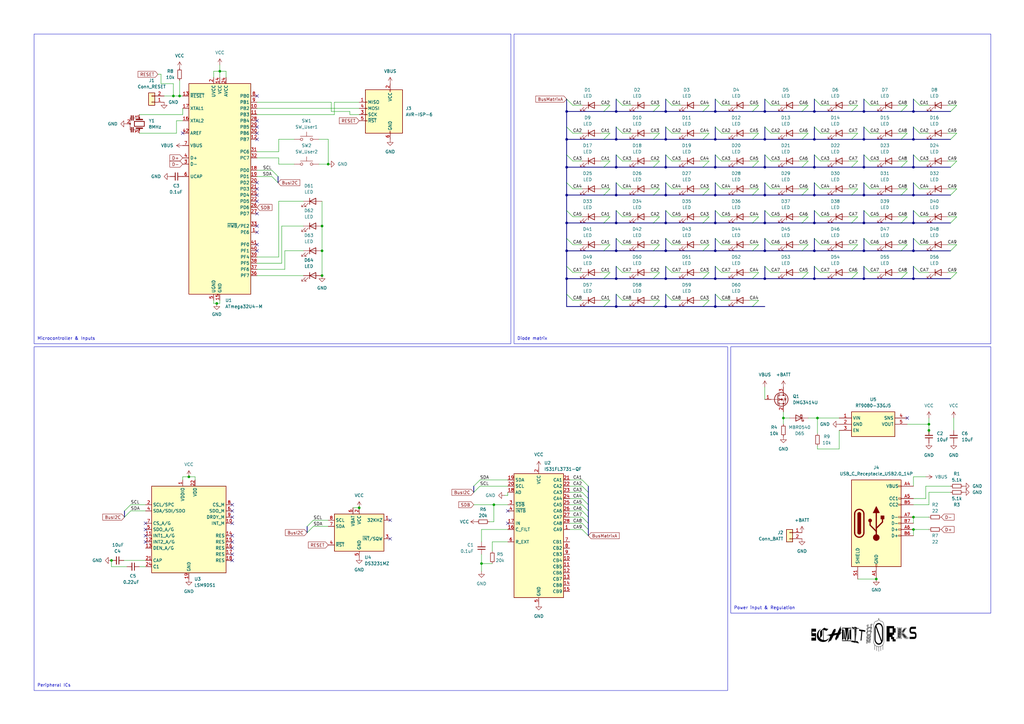
<source format=kicad_sch>
(kicad_sch (version 20230121) (generator eeschema)
  (paper "A3")
  (title_block (title "Smartwatch") (rev "A"))
  (lib_symbols
    (symbol "Connector:AVR-ISP-6" (pin_names (offset 1.016))
      (property "Reference" "J" (at -6.35 11.43 0))
      (property "Value" "AVR-ISP-6" (at 0 11.43 0))
      (symbol "AVR-ISP-6_1_1"
        (pin passive line (at 10.16 5.08 180) (length 2.54) (name "MISO") (number "1"))
        (pin passive line (at -2.54 12.7 270) (length 2.54) (name "VCC") (number "2"))
        (pin passive line (at 10.16 0 180) (length 2.54) (name "SCK") (number "3"))
        (pin passive line (at 10.16 2.54 180) (length 2.54) (name "MOSI") (number "4"))
        (pin passive line (at 10.16 -2.54 180) (length 2.54) (name "~{RST}") (number "5"))
        (pin passive line (at -2.54 -10.16 90) (length 2.54) (name "GND") (number "6"))
      )
    )
    (symbol "Connector:USB_C_Receptacle_USB2.0_14P" (pin_names (offset 1.016))
      (property "Reference" "J" (at 0 22.225 0))
      (property "Value" "USB_C_Receptacle_USB2.0_14P" (at 0 19.685 0))
      (symbol "USB_C_Receptacle_USB2.0_14P_1_1"
        (pin passive line (at 0 -22.86 90) (length 5.08) (name "GND") (number "A1"))
        (pin passive line (at 0 -22.86 90) (length 5.08) hide (name "GND") (number "A12"))
        (pin passive line (at 15.24 15.24 180) (length 5.08) (name "VBUS") (number "A4"))
        (pin bidirectional line (at 15.24 10.16 180) (length 5.08) (name "CC1") (number "A5"))
        (pin bidirectional line (at 15.24 -2.54 180) (length 5.08) (name "D+") (number "A6"))
        (pin bidirectional line (at 15.24 2.54 180) (length 5.08) (name "D-") (number "A7"))
        (pin passive line (at 15.24 15.24 180) (length 5.08) hide (name "VBUS") (number "A9"))
        (pin passive line (at 0 -22.86 90) (length 5.08) hide (name "GND") (number "B1"))
        (pin passive line (at 0 -22.86 90) (length 5.08) hide (name "GND") (number "B12"))
        (pin passive line (at 15.24 15.24 180) (length 5.08) hide (name "VBUS") (number "B4"))
        (pin bidirectional line (at 15.24 7.62 180) (length 5.08) (name "CC2") (number "B5"))
        (pin bidirectional line (at 15.24 -5.08 180) (length 5.08) (name "D+") (number "B6"))
        (pin bidirectional line (at 15.24 0 180) (length 5.08) (name "D-") (number "B7"))
        (pin passive line (at 15.24 15.24 180) (length 5.08) hide (name "VBUS") (number "B9"))
        (pin passive line (at -7.62 -22.86 90) (length 5.08) (name "SHIELD") (number "S1"))
      )
    )
    (symbol "Connector_Generic:Conn_01x02" (pin_names (offset 1.016) hide)
      (property "Reference" "J" (at 0 2.54 0))
      (property "Value" "Conn_01x02" (at 0 -5.08 0))
      (symbol "Conn_01x02_1_1"
        (pin passive line (at -5.08 0 0) (length 3.81) (name "Pin_1") (number "1"))
        (pin passive line (at -5.08 -2.54 0) (length 3.81) (name "Pin_2") (number "2"))
      )
    )
    (symbol "Device:C_Small" (pin_numbers hide) (pin_names (offset 0.254) hide)
      (property "Reference" "C" (at 0.254 1.778 0))
      (property "Value" "C_Small" (at 0.254 -2.032 0))
      (symbol "C_Small_1_1"
        (pin passive line (at 0 2.54 270) (length 2.032) (name "~") (number "1"))
        (pin passive line (at 0 -2.54 90) (length 2.032) (name "~") (number "2"))
      )
    )
    (symbol "Device:LED" (pin_numbers hide) (pin_names (offset 1.016) hide)
      (property "Reference" "D" (at 0 2.54 0))
      (property "Value" "LED" (at 0 -2.54 0))
      (symbol "LED_1_1"
        (pin passive line (at -3.81 0 0) (length 2.54) (name "K") (number "1"))
        (pin passive line (at 3.81 0 180) (length 2.54) (name "A") (number "2"))
      )
    )
    (symbol "Device:R_Small" (pin_numbers hide) (pin_names (offset 0.254) hide)
      (property "Reference" "R" (at 0.762 0.508 0))
      (property "Value" "R_Small" (at 0.762 -1.016 0))
      (symbol "R_Small_1_1"
        (pin passive line (at 0 2.54 270) (length 0.762) (name "~") (number "1"))
        (pin passive line (at 0 -2.54 90) (length 0.762) (name "~") (number "2"))
      )
    )
    (symbol "Device:Resonator" (pin_names (offset 1.016) hide)
      (property "Reference" "Y" (at 0 5.715 0))
      (property "Value" "Resonator" (at 0 3.81 0))
      (symbol "Resonator_1_1"
        (pin passive line (at -3.81 0 0) (length 1.27) (name "1") (number "1"))
        (pin passive line (at 0 -5.08 90) (length 1.27) (name "2") (number "2"))
        (pin passive line (at 3.81 0 180) (length 1.27) (name "3") (number "3"))
      )
    )
    (symbol "Diode:MBR0540" (pin_numbers hide) (pin_names (offset 1.016) hide)
      (property "Reference" "D" (at 0 2.54 0))
      (property "Value" "MBR0540" (at 0 -2.54 0))
      (symbol "MBR0540_1_1"
        (pin passive line (at -3.81 0 0) (length 2.54) (name "K") (number "1"))
        (pin passive line (at 3.81 0 180) (length 2.54) (name "A") (number "2"))
      )
    )
    (symbol "Driver_LED:IS31FL3731-QF"
      (property "Reference" "U" (at -10.16 26.035 0))
      (property "Value" "IS31FL3731-QF" (at 2.54 -26.035 0))
      (symbol "IS31FL3731-QF_1_1"
        (pin bidirectional line (at 12.7 2.54 180) (length 2.54) (name "CA9") (number "1"))
        (pin bidirectional line (at 12.7 -10.16 180) (length 2.54) (name "CB4") (number "10"))
        (pin bidirectional line (at 12.7 -12.7 180) (length 2.54) (name "CB5") (number "11"))
        (pin bidirectional line (at 12.7 -15.24 180) (length 2.54) (name "CB6") (number "12"))
        (pin bidirectional line (at 12.7 -17.78 180) (length 2.54) (name "CB7") (number "13"))
        (pin bidirectional line (at 12.7 -20.32 180) (length 2.54) (name "CB8") (number "14"))
        (pin bidirectional line (at 12.7 -22.86 180) (length 2.54) (name "CB9") (number "15"))
        (pin passive line (at -12.7 2.54 0) (length 2.54) (name "C_FILT") (number "16"))
        (pin input line (at -12.7 5.08 0) (length 2.54) (name "IN") (number "17"))
        (pin input line (at -12.7 17.78 0) (length 2.54) (name "AD") (number "18"))
        (pin bidirectional line (at -12.7 22.86 0) (length 2.54) (name "SDA") (number "19"))
        (pin power_in line (at 0 27.94 270) (length 2.54) (name "VCC") (number "2"))
        (pin input line (at -12.7 20.32 0) (length 2.54) (name "SCL") (number "20"))
        (pin bidirectional line (at 12.7 22.86 180) (length 2.54) (name "CA1") (number "21"))
        (pin bidirectional line (at 12.7 20.32 180) (length 2.54) (name "CA2") (number "22"))
        (pin bidirectional line (at 12.7 17.78 180) (length 2.54) (name "CA3") (number "23"))
        (pin bidirectional line (at 12.7 15.24 180) (length 2.54) (name "CA4") (number "24"))
        (pin bidirectional line (at 12.7 12.7 180) (length 2.54) (name "CA5") (number "25"))
        (pin bidirectional line (at 12.7 10.16 180) (length 2.54) (name "CA6") (number "26"))
        (pin bidirectional line (at 12.7 7.62 180) (length 2.54) (name "CA7") (number "27"))
        (pin bidirectional line (at 12.7 5.08 180) (length 2.54) (name "CA8") (number "28"))
        (pin passive line (at 0 -27.94 90) (length 2.54) hide (name "GND") (number "29"))
        (pin input line (at -12.7 12.7 0) (length 2.54) (name "~{SDB}") (number "3"))
        (pin open_collector line (at -12.7 10.16 0) (length 2.54) (name "~{INTB}") (number "4"))
        (pin power_in line (at 0 -27.94 90) (length 2.54) (name "GND") (number "5"))
        (pin passive line (at -12.7 -2.54 0) (length 2.54) (name "R_EXT") (number "6"))
        (pin bidirectional line (at 12.7 -2.54 180) (length 2.54) (name "CB1") (number "7"))
        (pin bidirectional line (at 12.7 -5.08 180) (length 2.54) (name "CB2") (number "8"))
        (pin bidirectional line (at 12.7 -7.62 180) (length 2.54) (name "CB3") (number "9"))
      )
    )
    (symbol "MCU_Microchip_ATmega:ATmega32U4-M"
      (property "Reference" "U" (at -12.7 44.45 0))
      (property "Value" "ATmega32U4-M" (at 2.54 -44.45 0))
      (symbol "ATmega32U4-M_1_1"
        (pin bidirectional line (at 15.24 -17.78 180) (length 2.54) (name "PE6") (number "1"))
        (pin bidirectional line (at 15.24 33.02 180) (length 2.54) (name "PB2") (number "10"))
        (pin bidirectional line (at 15.24 30.48 180) (length 2.54) (name "PB3") (number "11"))
        (pin bidirectional line (at 15.24 20.32 180) (length 2.54) (name "PB7") (number "12"))
        (pin input line (at -15.24 38.1 0) (length 2.54) (name "~{RESET}") (number "13"))
        (pin power_in line (at 0 45.72 270) (length 2.54) (name "VCC") (number "14"))
        (pin power_in line (at 0 -45.72 90) (length 2.54) (name "GND") (number "15"))
        (pin output line (at -15.24 27.94 0) (length 2.54) (name "XTAL2") (number "16"))
        (pin input line (at -15.24 33.02 0) (length 2.54) (name "XTAL1") (number "17"))
        (pin bidirectional line (at 15.24 7.62 180) (length 2.54) (name "PD0") (number "18"))
        (pin bidirectional line (at 15.24 5.08 180) (length 2.54) (name "PD1") (number "19"))
        (pin power_in line (at -2.54 45.72 270) (length 2.54) (name "UVCC") (number "2"))
        (pin bidirectional line (at 15.24 2.54 180) (length 2.54) (name "PD2") (number "20"))
        (pin bidirectional line (at 15.24 0 180) (length 2.54) (name "PD3") (number "21"))
        (pin bidirectional line (at 15.24 -5.08 180) (length 2.54) (name "PD5") (number "22"))
        (pin passive line (at 0 -45.72 90) (length 2.54) hide (name "GND") (number "23"))
        (pin power_in line (at 2.54 45.72 270) (length 2.54) (name "AVCC") (number "24"))
        (pin bidirectional line (at 15.24 -2.54 180) (length 2.54) (name "PD4") (number "25"))
        (pin bidirectional line (at 15.24 -7.62 180) (length 2.54) (name "PD6") (number "26"))
        (pin bidirectional line (at 15.24 -10.16 180) (length 2.54) (name "PD7") (number "27"))
        (pin bidirectional line (at 15.24 27.94 180) (length 2.54) (name "PB4") (number "28"))
        (pin bidirectional line (at 15.24 25.4 180) (length 2.54) (name "PB5") (number "29"))
        (pin bidirectional line (at -15.24 10.16 0) (length 2.54) (name "D-") (number "3"))
        (pin bidirectional line (at 15.24 22.86 180) (length 2.54) (name "PB6") (number "30"))
        (pin bidirectional line (at 15.24 15.24 180) (length 2.54) (name "PC6") (number "31"))
        (pin bidirectional line (at 15.24 12.7 180) (length 2.54) (name "PC7") (number "32"))
        (pin bidirectional line (at 15.24 -15.24 180) (length 2.54) (name "~{HWB}/PE2") (number "33"))
        (pin passive line (at 0 45.72 270) (length 2.54) hide (name "VCC") (number "34"))
        (pin passive line (at 0 -45.72 90) (length 2.54) hide (name "GND") (number "35"))
        (pin bidirectional line (at 15.24 -35.56 180) (length 2.54) (name "PF7") (number "36"))
        (pin bidirectional line (at 15.24 -33.02 180) (length 2.54) (name "PF6") (number "37"))
        (pin bidirectional line (at 15.24 -30.48 180) (length 2.54) (name "PF5") (number "38"))
        (pin bidirectional line (at 15.24 -27.94 180) (length 2.54) (name "PF4") (number "39"))
        (pin bidirectional line (at -15.24 12.7 0) (length 2.54) (name "D+") (number "4"))
        (pin bidirectional line (at 15.24 -25.4 180) (length 2.54) (name "PF1") (number "40"))
        (pin bidirectional line (at 15.24 -22.86 180) (length 2.54) (name "PF0") (number "41"))
        (pin passive line (at -15.24 22.86 0) (length 2.54) (name "AREF") (number "42"))
        (pin passive line (at 0 -45.72 90) (length 2.54) hide (name "GND") (number "43"))
        (pin passive line (at 2.54 45.72 270) (length 2.54) hide (name "AVCC") (number "44"))
        (pin passive line (at 0 -45.72 90) (length 2.54) hide (name "GND") (number "45"))
        (pin passive line (at -2.54 -45.72 90) (length 2.54) (name "UGND") (number "5"))
        (pin passive line (at -15.24 5.08 0) (length 2.54) (name "UCAP") (number "6"))
        (pin input line (at -15.24 17.78 0) (length 2.54) (name "VBUS") (number "7"))
        (pin bidirectional line (at 15.24 38.1 180) (length 2.54) (name "PB0") (number "8"))
        (pin bidirectional line (at 15.24 35.56 180) (length 2.54) (name "PB1") (number "9"))
      )
    )
    (symbol "SamacSys_Parts:RT9080-33GJ5"
      (property "Reference" "IC" (at 24.13 7.62 0))
      (property "Value" "RT9080-33GJ5" (at 24.13 5.08 0))
      (symbol "RT9080-33GJ5_1_1"
        (pin passive line (at 0 0 0) (length 5.08) (name "VIN") (number "1"))
        (pin passive line (at 0 -2.54 0) (length 5.08) (name "GND") (number "2"))
        (pin passive line (at 0 -5.08 0) (length 5.08) (name "EN") (number "3"))
        (pin passive line (at 27.94 0 180) (length 5.08) (name "SNS") (number "4"))
        (pin passive line (at 27.94 -2.54 180) (length 5.08) (name "VOUT") (number "5"))
      )
    )
    (symbol "Sensor_Motion:LSM9DS1"
      (property "Reference" "U" (at -15.24 21.59 0))
      (property "Value" "LSM9DS1" (at -15.24 19.05 0))
      (symbol "LSM9DS1_1_1"
        (pin power_in line (at -2.54 20.32 270) (length 2.54) (name "VDDIO") (number "1"))
        (pin output line (at 17.78 2.54 180) (length 2.54) (name "INT_M") (number "10"))
        (pin output line (at -17.78 -2.54 0) (length 2.54) (name "INT1_A/G") (number "11"))
        (pin output line (at -17.78 -5.08 0) (length 2.54) (name "INT2_A/G") (number "12"))
        (pin input line (at -17.78 -7.62 0) (length 2.54) (name "DEN_A/G") (number "13"))
        (pin bidirectional line (at 17.78 -2.54 180) (length 2.54) (name "RES") (number "14"))
        (pin bidirectional line (at 17.78 -5.08 180) (length 2.54) (name "RES") (number "15"))
        (pin bidirectional line (at 17.78 -7.62 180) (length 2.54) (name "RES") (number "16"))
        (pin bidirectional line (at 17.78 -10.16 180) (length 2.54) (name "RES") (number "17"))
        (pin bidirectional line (at 17.78 -12.7 180) (length 2.54) (name "RES") (number "18"))
        (pin power_in line (at 0 -20.32 90) (length 2.54) (name "GND") (number "19"))
        (pin input line (at -17.78 10.16 0) (length 2.54) (name "SCL/SPC") (number "2"))
        (pin passive line (at 0 -20.32 90) (length 2.54) hide (name "GND") (number "20"))
        (pin passive line (at -17.78 -12.7 0) (length 2.54) (name "CAP") (number "21"))
        (pin power_in line (at 2.54 20.32 270) (length 2.54) (name "VDD") (number "22"))
        (pin passive line (at 2.54 20.32 270) (length 2.54) hide (name "VDD") (number "23"))
        (pin passive line (at -17.78 -15.24 0) (length 2.54) (name "C1") (number "24"))
        (pin passive line (at -2.54 20.32 270) (length 2.54) hide (name "VDDIO") (number "3"))
        (pin bidirectional line (at -17.78 7.62 0) (length 2.54) (name "SDA/SDI/SDO") (number "4"))
        (pin output line (at -17.78 0 0) (length 2.54) (name "SDO_A/G") (number "5"))
        (pin output line (at 17.78 7.62 180) (length 2.54) (name "SDO_M") (number "6"))
        (pin input line (at -17.78 2.54 0) (length 2.54) (name "CS_A/G") (number "7"))
        (pin input line (at 17.78 10.16 180) (length 2.54) (name "CS_M") (number "8"))
        (pin output line (at 17.78 5.08 180) (length 2.54) (name "DRDY_M") (number "9"))
      )
    )
    (symbol "Switch:SW_Push" (pin_numbers hide) (pin_names (offset 1.016) hide)
      (property "Reference" "SW" (at 1.27 2.54 0))
      (property "Value" "SW_Push" (at 0 -1.524 0))
      (symbol "SW_Push_0_1"
        (pin passive line (at -5.08 0 0) (length 2.54) (name "1") (number "1"))
        (pin passive line (at 5.08 0 180) (length 2.54) (name "2") (number "2"))
      )
    )
    (symbol "Timer_RTC:DS3231MZ"
      (property "Reference" "U" (at -7.62 8.89 0))
      (property "Value" "DS3231MZ" (at 11.43 8.89 0))
      (symbol "DS3231MZ_1_1"
        (pin open_collector line (at 12.7 5.08 180) (length 2.54) (name "32KHZ") (number "1"))
        (pin power_in line (at 0 10.16 270) (length 2.54) (name "VCC") (number "2"))
        (pin open_collector line (at 12.7 -2.54 180) (length 2.54) (name "~{INT}/SQW") (number "3"))
        (pin bidirectional line (at -12.7 -5.08 0) (length 2.54) (name "~{RST}") (number "4"))
        (pin power_in line (at 0 -10.16 90) (length 2.54) (name "GND") (number "5"))
        (pin power_in line (at -2.54 10.16 270) (length 2.54) (name "VBAT") (number "6"))
        (pin bidirectional line (at -12.7 2.54 0) (length 2.54) (name "SDA") (number "7"))
        (pin input line (at -12.7 5.08 0) (length 2.54) (name "SCL") (number "8"))
      )
    )
    (symbol "Transistor_FET:DMG3414U" (pin_names hide)
      (property "Reference" "Q" (at 5.08 1.905 0))
      (property "Value" "DMG3414U" (at 5.08 0 0))
      (symbol "DMG3414U_1_1"
        (pin input line (at -5.08 0 0) (length 2.54) (name "G") (number "1"))
        (pin passive line (at 2.54 -5.08 90) (length 2.54) (name "S") (number "2"))
        (pin passive line (at 2.54 5.08 270) (length 2.54) (name "D") (number "3"))
      )
    )
    (symbol "power:+BATT" (power) (pin_names (offset 0))
      (property "Value" "+BATT" (at 0 3.556 0))
      (symbol "+BATT_1_1"
        (pin power_in line (at 0 0 90) (length 0) hide (name "+BATT") (number "1"))
      )
    )
    (symbol "power:GND" (power) (pin_names (offset 0))
      (property "Value" "GND" (at 0 -3.81 0))
      (symbol "GND_1_1"
        (pin power_in line (at 0 0 270) (length 0) hide (name "GND") (number "1"))
      )
    )
    (symbol "power:VBUS" (power) (pin_names (offset 0))
      (property "Value" "VBUS" (at 0 3.81 0))
      (symbol "VBUS_1_1"
        (pin power_in line (at 0 0 90) (length 0) hide (name "VBUS") (number "1"))
      )
    )
    (symbol "power:VCC" (power) (pin_names (offset 0))
      (property "Value" "VCC" (at 0 3.81 0))
      (symbol "VCC_1_1"
        (pin power_in line (at 0 0 90) (length 0) hide (name "VCC") (number "1"))
      )
    )
  )
  (junction (at 132.08 92.71))
  (junction (at 293.37 80.01))
  (junction (at 381 176.53))
  (junction (at 232.41 114.3))
  (junction (at 273.05 91.44))
  (junction (at 313.69 102.87))
  (junction (at 293.37 114.3))
  (junction (at 197.485 231.14))
  (junction (at 88.9 124.46))
  (junction (at 273.05 45.72))
  (junction (at 293.37 102.87))
  (junction (at 252.73 114.3))
  (junction (at 334.01 80.01))
  (junction (at 313.69 91.44))
  (junction (at 252.73 125.73))
  (junction (at 252.73 45.72))
  (junction (at 354.33 91.44))
  (junction (at 252.73 68.58))
  (junction (at 293.37 68.58))
  (junction (at 313.69 45.72))
  (junction (at 335.28 171.45))
  (junction (at 132.08 102.87))
  (junction (at 334.01 68.58))
  (junction (at 134.62 67.31))
  (junction (at 273.05 102.87))
  (junction (at 293.37 45.72))
  (junction (at 293.37 57.15))
  (junction (at 45.72 229.87))
  (junction (at 359.41 237.49))
  (junction (at 232.41 57.15))
  (junction (at 77.47 195.58))
  (junction (at 374.65 114.3))
  (junction (at 273.05 114.3))
  (junction (at 334.01 102.87))
  (junction (at 232.41 68.58))
  (junction (at 374.65 217.17))
  (junction (at 232.41 80.01))
  (junction (at 354.33 102.87))
  (junction (at 374.65 102.87))
  (junction (at 334.01 57.15))
  (junction (at 374.65 57.15))
  (junction (at 293.37 125.73))
  (junction (at 273.05 57.15))
  (junction (at 252.73 91.44))
  (junction (at 252.73 57.15))
  (junction (at 374.65 45.72))
  (junction (at 313.69 68.58))
  (junction (at 252.73 80.01))
  (junction (at 71.12 39.37))
  (junction (at 354.33 57.15))
  (junction (at 73.66 39.37))
  (junction (at 232.41 91.44))
  (junction (at 354.33 45.72))
  (junction (at 293.37 91.44))
  (junction (at 313.69 57.15))
  (junction (at 90.17 29.21))
  (junction (at 273.05 125.73))
  (junction (at 374.65 91.44))
  (junction (at 321.31 171.45))
  (junction (at 354.33 68.58))
  (junction (at 354.33 80.01))
  (junction (at 313.69 80.01))
  (junction (at 273.05 68.58))
  (junction (at 232.41 102.87))
  (junction (at 147.32 208.28))
  (junction (at 252.73 102.87))
  (junction (at 374.65 212.09))
  (junction (at 334.01 45.72))
  (junction (at 202.565 207.01))
  (junction (at 381 173.99))
  (junction (at 313.69 114.3))
  (junction (at 334.01 114.3))
  (junction (at 354.33 114.3))
  (junction (at 374.65 80.01))
  (junction (at 374.65 68.58))
  (junction (at 334.01 91.44))
  (junction (at 232.41 45.72))
  (junction (at 273.05 80.01))
  (junction (at 132.08 113.03))
  (no_connect (at 208.28 214.63))
  (no_connect (at 105.41 57.15))
  (no_connect (at 95.25 207.01))
  (no_connect (at 372.11 171.45))
  (no_connect (at 95.25 214.63))
  (no_connect (at 160.02 220.98))
  (no_connect (at 95.25 209.55))
  (no_connect (at 105.41 87.63))
  (no_connect (at 105.41 95.25))
  (no_connect (at 105.41 74.93))
  (no_connect (at 105.41 92.71))
  (no_connect (at 105.41 52.07))
  (no_connect (at 95.25 222.25))
  (no_connect (at 59.69 219.71))
  (no_connect (at 105.41 82.55))
  (no_connect (at 95.25 212.09))
  (no_connect (at 95.25 219.71))
  (no_connect (at 105.41 54.61))
  (no_connect (at 95.25 224.79))
  (no_connect (at 95.25 229.87))
  (no_connect (at 59.69 217.17))
  (no_connect (at 160.02 213.36))
  (no_connect (at 105.41 39.37))
  (no_connect (at 105.41 49.53))
  (no_connect (at 105.41 100.33))
  (no_connect (at 105.41 102.87))
  (no_connect (at 59.69 222.25))
  (no_connect (at 105.41 80.01))
  (no_connect (at 105.41 77.47))
  (no_connect (at 95.25 227.33))
  (no_connect (at 59.69 214.63))
  (no_connect (at 208.28 209.55))
  (no_connect (at 74.93 54.61))
  (bus_entry (at 270.51 66.04) (size -2.54 2.54))
  (bus_entry (at 334.01 97.79) (size 2.54 2.54))
  (bus_entry (at 196.85 196.85) (size -2.54 2.54))
  (bus_entry (at 250.19 111.76) (size -2.54 2.54))
  (bus_entry (at 270.51 123.19) (size -2.54 2.54))
  (bus_entry (at 293.37 52.07) (size 2.54 2.54))
  (bus_entry (at 334.01 109.22) (size 2.54 2.54))
  (bus_entry (at 313.69 40.64) (size 2.54 2.54))
  (bus_entry (at 196.85 199.39) (size -2.54 2.54))
  (bus_entry (at 232.41 86.36) (size 2.54 2.54))
  (bus_entry (at 351.79 66.04) (size -2.54 2.54))
  (bus_entry (at 273.05 97.79) (size 2.54 2.54))
  (bus_entry (at 252.73 109.22) (size 2.54 2.54))
  (bus_entry (at 354.33 97.79) (size 2.54 2.54))
  (bus_entry (at 238.76 207.01) (size 2.54 2.54))
  (bus_entry (at 372.11 111.76) (size -2.54 2.54))
  (bus_entry (at 392.43 100.33) (size -2.54 2.54))
  (bus_entry (at 238.76 214.63) (size 2.54 2.54))
  (bus_entry (at 331.47 100.33) (size -2.54 2.54))
  (bus_entry (at 392.43 77.47) (size -2.54 2.54))
  (bus_entry (at 290.83 66.04) (size -2.54 2.54))
  (bus_entry (at 392.43 111.76) (size -2.54 2.54))
  (bus_entry (at 290.83 100.33) (size -2.54 2.54))
  (bus_entry (at 374.65 86.36) (size 2.54 2.54))
  (bus_entry (at 311.15 77.47) (size -2.54 2.54))
  (bus_entry (at 372.11 77.47) (size -2.54 2.54))
  (bus_entry (at 334.01 63.5) (size 2.54 2.54))
  (bus_entry (at 111.506 69.85) (size 2.54 2.54))
  (bus_entry (at 270.51 100.33) (size -2.54 2.54))
  (bus_entry (at 250.19 123.19) (size -2.54 2.54))
  (bus_entry (at 351.79 54.61) (size -2.54 2.54))
  (bus_entry (at 252.73 97.79) (size 2.54 2.54))
  (bus_entry (at 250.19 77.47) (size -2.54 2.54))
  (bus_entry (at 290.83 54.61) (size -2.54 2.54))
  (bus_entry (at 290.83 43.18) (size -2.54 2.54))
  (bus_entry (at 250.19 43.18) (size -2.54 2.54))
  (bus_entry (at 313.69 52.07) (size 2.54 2.54))
  (bus_entry (at 273.05 63.5) (size 2.54 2.54))
  (bus_entry (at 250.19 66.04) (size -2.54 2.54))
  (bus_entry (at 252.73 86.36) (size 2.54 2.54))
  (bus_entry (at 311.15 43.18) (size -2.54 2.54))
  (bus_entry (at 311.15 111.76) (size -2.54 2.54))
  (bus_entry (at 331.47 43.18) (size -2.54 2.54))
  (bus_entry (at 232.41 97.79) (size 2.54 2.54))
  (bus_entry (at 351.79 43.18) (size -2.54 2.54))
  (bus_entry (at 128.524 215.9) (size -2.54 2.54))
  (bus_entry (at 354.33 52.07) (size 2.54 2.54))
  (bus_entry (at 293.37 74.93) (size 2.54 2.54))
  (bus_entry (at 238.76 209.55) (size 2.54 2.54))
  (bus_entry (at 270.51 43.18) (size -2.54 2.54))
  (bus_entry (at 351.79 111.76) (size -2.54 2.54))
  (bus_entry (at 311.15 100.33) (size -2.54 2.54))
  (bus_entry (at 334.01 74.93) (size 2.54 2.54))
  (bus_entry (at 313.69 86.36) (size 2.54 2.54))
  (bus_entry (at 252.73 63.5) (size 2.54 2.54))
  (bus_entry (at 238.76 196.85) (size 2.54 2.54))
  (bus_entry (at 354.33 40.64) (size 2.54 2.54))
  (bus_entry (at 252.73 40.64) (size 2.54 2.54))
  (bus_entry (at 53.594 209.55) (size -2.54 2.54))
  (bus_entry (at 238.76 212.09) (size 2.54 2.54))
  (bus_entry (at 232.41 74.93) (size 2.54 2.54))
  (bus_entry (at 290.83 123.19) (size -2.54 2.54))
  (bus_entry (at 270.51 111.76) (size -2.54 2.54))
  (bus_entry (at 238.76 201.93) (size 2.54 2.54))
  (bus_entry (at 250.19 54.61) (size -2.54 2.54))
  (bus_entry (at 313.69 97.79) (size 2.54 2.54))
  (bus_entry (at 252.73 52.07) (size 2.54 2.54))
  (bus_entry (at 250.19 88.9) (size -2.54 2.54))
  (bus_entry (at 354.33 109.22) (size 2.54 2.54))
  (bus_entry (at 392.43 43.18) (size -2.54 2.54))
  (bus_entry (at 311.15 54.61) (size -2.54 2.54))
  (bus_entry (at 374.65 40.64) (size 2.54 2.54))
  (bus_entry (at 128.524 213.36) (size -2.54 2.54))
  (bus_entry (at 232.41 52.07) (size 2.54 2.54))
  (bus_entry (at 331.47 54.61) (size -2.54 2.54))
  (bus_entry (at 273.05 120.65) (size 2.54 2.54))
  (bus_entry (at 252.73 120.65) (size 2.54 2.54))
  (bus_entry (at 232.41 109.22) (size 2.54 2.54))
  (bus_entry (at 290.83 88.9) (size -2.54 2.54))
  (bus_entry (at 374.65 109.22) (size 2.54 2.54))
  (bus_entry (at 273.05 109.22) (size 2.54 2.54))
  (bus_entry (at 270.51 77.47) (size -2.54 2.54))
  (bus_entry (at 293.37 86.36) (size 2.54 2.54))
  (bus_entry (at 372.11 88.9) (size -2.54 2.54))
  (bus_entry (at 372.11 100.33) (size -2.54 2.54))
  (bus_entry (at 293.37 120.65) (size 2.54 2.54))
  (bus_entry (at 331.47 111.76) (size -2.54 2.54))
  (bus_entry (at 293.37 63.5) (size 2.54 2.54))
  (bus_entry (at 111.506 72.39) (size 2.54 2.54))
  (bus_entry (at 374.65 52.07) (size 2.54 2.54))
  (bus_entry (at 232.41 120.65) (size 2.54 2.54))
  (bus_entry (at 238.76 217.17) (size 2.54 2.54))
  (bus_entry (at 374.65 74.93) (size 2.54 2.54))
  (bus_entry (at 354.33 63.5) (size 2.54 2.54))
  (bus_entry (at 354.33 74.93) (size 2.54 2.54))
  (bus_entry (at 354.33 86.36) (size 2.54 2.54))
  (bus_entry (at 273.05 40.64) (size 2.54 2.54))
  (bus_entry (at 313.69 63.5) (size 2.54 2.54))
  (bus_entry (at 53.594 207.01) (size -2.54 2.54))
  (bus_entry (at 273.05 52.07) (size 2.54 2.54))
  (bus_entry (at 232.41 63.5) (size 2.54 2.54))
  (bus_entry (at 238.76 199.39) (size 2.54 2.54))
  (bus_entry (at 270.51 54.61) (size -2.54 2.54))
  (bus_entry (at 392.43 88.9) (size -2.54 2.54))
  (bus_entry (at 250.19 100.33) (size -2.54 2.54))
  (bus_entry (at 392.43 54.61) (size -2.54 2.54))
  (bus_entry (at 334.01 40.64) (size 2.54 2.54))
  (bus_entry (at 331.47 88.9) (size -2.54 2.54))
  (bus_entry (at 293.37 97.79) (size 2.54 2.54))
  (bus_entry (at 273.05 74.93) (size 2.54 2.54))
  (bus_entry (at 252.73 74.93) (size 2.54 2.54))
  (bus_entry (at 372.11 43.18) (size -2.54 2.54))
  (bus_entry (at 238.76 204.47) (size 2.54 2.54))
  (bus_entry (at 331.47 66.04) (size -2.54 2.54))
  (bus_entry (at 351.79 88.9) (size -2.54 2.54))
  (bus_entry (at 232.41 40.64) (size 2.54 2.54))
  (bus_entry (at 372.11 54.61) (size -2.54 2.54))
  (bus_entry (at 372.11 66.04) (size -2.54 2.54))
  (bus_entry (at 374.65 97.79) (size 2.54 2.54))
  (bus_entry (at 374.65 63.5) (size 2.54 2.54))
  (bus_entry (at 311.15 66.04) (size -2.54 2.54))
  (bus_entry (at 293.37 109.22) (size 2.54 2.54))
  (bus_entry (at 311.15 123.19) (size -2.54 2.54))
  (bus_entry (at 293.37 40.64) (size 2.54 2.54))
  (bus_entry (at 351.79 77.47) (size -2.54 2.54))
  (bus_entry (at 331.47 77.47) (size -2.54 2.54))
  (bus_entry (at 313.69 74.93) (size 2.54 2.54))
  (bus_entry (at 273.05 86.36) (size 2.54 2.54))
  (bus_entry (at 392.43 66.04) (size -2.54 2.54))
  (bus_entry (at 290.83 77.47) (size -2.54 2.54))
  (bus_entry (at 351.79 100.33) (size -2.54 2.54))
  (bus_entry (at 313.69 109.22) (size 2.54 2.54))
  (bus_entry (at 334.01 86.36) (size 2.54 2.54))
  (bus_entry (at 270.51 88.9) (size -2.54 2.54))
  (bus_entry (at 290.83 111.76) (size -2.54 2.54))
  (bus_entry (at 311.15 88.9) (size -2.54 2.54))
  (bus_entry (at 334.01 52.07) (size 2.54 2.54))
  (bus (pts (xy 334.01 102.87) (xy 334.01 97.79)))
  (wire (pts (xy 307.34 54.61) (xy 311.15 54.61)))
  (wire (pts (xy 114.3 64.77) (xy 114.3 67.31)))
  (wire (pts (xy 356.87 54.61) (xy 360.68 54.61)))
  (bus (pts (xy 389.89 91.44) (xy 374.65 91.44)))
  (wire (pts (xy 316.23 43.18) (xy 320.04 43.18)))
  (wire (pts (xy 196.85 199.39) (xy 208.28 199.39)))
  (wire (pts (xy 87.63 123.19) (xy 87.63 124.46)))
  (bus (pts (xy 369.57 68.58) (xy 354.33 68.58)))
  (bus (pts (xy 369.57 45.72) (xy 354.33 45.72)))
  (wire (pts (xy 66.04 34.29) (xy 71.12 34.29)))
  (bus (pts (xy 267.97 102.87) (xy 273.05 102.87)))
  (wire (pts (xy 275.59 66.04) (xy 279.4 66.04)))
  (bus (pts (xy 252.73 57.15) (xy 252.73 52.07)))
  (bus (pts (xy 241.3 207.01) (xy 241.3 209.55)))
  (wire (pts (xy 57.15 46.99) (xy 74.93 46.99)))
  (bus (pts (xy 354.33 114.3) (xy 354.33 109.22)))
  (wire (pts (xy 233.68 207.01) (xy 238.76 207.01)))
  (bus (pts (xy 369.57 57.15) (xy 354.33 57.15)))
  (wire (pts (xy 246.38 100.33) (xy 250.19 100.33)))
  (bus (pts (xy 247.65 102.87) (xy 252.73 102.87)))
  (wire (pts (xy 351.79 237.49) (xy 359.41 237.49)))
  (bus (pts (xy 273.05 91.44) (xy 273.05 86.36)))
  (bus (pts (xy 232.41 91.44) (xy 232.41 86.36)))
  (bus (pts (xy 328.93 68.58) (xy 334.01 68.58)))
  (wire (pts (xy 197.485 217.17) (xy 208.28 217.17)))
  (bus (pts (xy 313.69 102.87) (xy 313.69 97.79)))
  (bus (pts (xy 288.29 45.72) (xy 273.05 45.72)))
  (bus (pts (xy 252.73 45.72) (xy 252.73 40.64)))
  (wire (pts (xy 134.62 57.15) (xy 134.62 67.31)))
  (bus (pts (xy 288.29 114.3) (xy 273.05 114.3)))
  (bus (pts (xy 273.05 68.58) (xy 273.05 63.5)))
  (bus (pts (xy 349.25 57.15) (xy 334.01 57.15)))
  (bus (pts (xy 288.29 80.01) (xy 293.37 80.01)))
  (wire (pts (xy 234.95 66.04) (xy 238.76 66.04)))
  (wire (pts (xy 234.95 111.76) (xy 238.76 111.76)))
  (bus (pts (xy 369.57 102.87) (xy 354.33 102.87)))
  (wire (pts (xy 132.08 92.71) (xy 132.08 102.87)))
  (bus (pts (xy 288.29 68.58) (xy 273.05 68.58)))
  (wire (pts (xy 307.34 111.76) (xy 311.15 111.76)))
  (wire (pts (xy 201.93 222.25) (xy 208.28 222.25)))
  (wire (pts (xy 255.27 123.19) (xy 259.08 123.19)))
  (bus (pts (xy 369.57 114.3) (xy 354.33 114.3)))
  (bus (pts (xy 247.65 91.44) (xy 252.73 91.44)))
  (wire (pts (xy 196.85 196.85) (xy 208.28 196.85)))
  (bus (pts (xy 334.01 91.44) (xy 334.01 86.36)))
  (wire (pts (xy 87.63 29.21) (xy 87.63 31.75)))
  (bus (pts (xy 313.69 45.72) (xy 313.69 40.64)))
  (bus (pts (xy 354.33 102.87) (xy 354.33 97.79)))
  (wire (pts (xy 287.02 88.9) (xy 290.83 88.9)))
  (wire (pts (xy 388.62 77.47) (xy 392.43 77.47)))
  (wire (pts (xy 115.57 107.95) (xy 115.57 92.71)))
  (bus (pts (xy 247.65 102.87) (xy 232.41 102.87)))
  (bus (pts (xy 349.25 91.44) (xy 334.01 91.44)))
  (wire (pts (xy 246.38 111.76) (xy 250.19 111.76)))
  (bus (pts (xy 349.25 114.3) (xy 354.33 114.3)))
  (bus (pts (xy 354.33 80.01) (xy 354.33 74.93)))
  (wire (pts (xy 137.16 46.99) (xy 137.16 41.91)))
  (wire (pts (xy 372.11 173.99) (xy 381 173.99)))
  (wire (pts (xy 202.565 207.01) (xy 202.565 213.995)))
  (wire (pts (xy 295.91 88.9) (xy 299.72 88.9)))
  (wire (pts (xy 336.55 100.33) (xy 340.36 100.33)))
  (bus (pts (xy 288.29 102.87) (xy 273.05 102.87)))
  (bus (pts (xy 267.97 91.44) (xy 273.05 91.44)))
  (bus (pts (xy 369.57 80.01) (xy 354.33 80.01)))
  (wire (pts (xy 347.98 54.61) (xy 351.79 54.61)))
  (wire (pts (xy 335.28 184.15) (xy 335.28 182.88)))
  (bus (pts (xy 288.29 125.73) (xy 293.37 125.73)))
  (wire (pts (xy 71.12 34.29) (xy 71.12 39.37)))
  (wire (pts (xy 234.95 43.18) (xy 238.76 43.18)))
  (wire (pts (xy 307.34 88.9) (xy 311.15 88.9)))
  (wire (pts (xy 295.91 54.61) (xy 299.72 54.61)))
  (wire (pts (xy 234.95 54.61) (xy 238.76 54.61)))
  (wire (pts (xy 381 176.53) (xy 381 177.8)))
  (wire (pts (xy 295.91 66.04) (xy 299.72 66.04)))
  (wire (pts (xy 388.62 88.9) (xy 392.43 88.9)))
  (wire (pts (xy 335.28 184.15) (xy 344.17 184.15)))
  (wire (pts (xy 255.27 111.76) (xy 259.08 111.76)))
  (bus (pts (xy 247.65 45.72) (xy 252.73 45.72)))
  (bus (pts (xy 247.65 68.58) (xy 232.41 68.58)))
  (wire (pts (xy 74.93 196.85) (xy 74.93 195.58)))
  (wire (pts (xy 287.02 123.19) (xy 290.83 123.19)))
  (wire (pts (xy 116.84 110.49) (xy 116.84 102.87)))
  (bus (pts (xy 247.65 125.73) (xy 232.41 125.73)))
  (wire (pts (xy 233.68 209.55) (xy 238.76 209.55)))
  (wire (pts (xy 105.41 69.85) (xy 111.506 69.85)))
  (wire (pts (xy 105.41 44.45) (xy 147.32 44.45)))
  (bus (pts (xy 328.93 114.3) (xy 313.69 114.3)))
  (wire (pts (xy 275.59 54.61) (xy 279.4 54.61)))
  (bus (pts (xy 288.29 125.73) (xy 273.05 125.73)))
  (wire (pts (xy 72.39 54.61) (xy 72.39 49.53)))
  (bus (pts (xy 349.25 45.72) (xy 354.33 45.72)))
  (bus (pts (xy 288.29 68.58) (xy 293.37 68.58)))
  (wire (pts (xy 344.17 184.15) (xy 344.17 176.53)))
  (wire (pts (xy 201.93 226.06) (xy 201.93 222.25)))
  (wire (pts (xy 208.28 203.2) (xy 208.28 201.93)))
  (wire (pts (xy 246.38 88.9) (xy 250.19 88.9)))
  (wire (pts (xy 377.19 43.18) (xy 381 43.18)))
  (wire (pts (xy 275.59 43.18) (xy 279.4 43.18)))
  (wire (pts (xy 114.3 62.23) (xy 114.3 57.15)))
  (wire (pts (xy 72.39 49.53) (xy 74.93 49.53)))
  (wire (pts (xy 368.3 100.33) (xy 372.11 100.33)))
  (bus (pts (xy 232.41 102.87) (xy 232.41 109.22)))
  (wire (pts (xy 356.87 43.18) (xy 360.68 43.18)))
  (wire (pts (xy 59.69 209.55) (xy 53.594 209.55)))
  (bus (pts (xy 349.25 68.58) (xy 354.33 68.58)))
  (wire (pts (xy 233.68 201.93) (xy 238.76 201.93)))
  (bus (pts (xy 374.65 57.15) (xy 374.65 52.07)))
  (wire (pts (xy 234.95 88.9) (xy 238.76 88.9)))
  (bus (pts (xy 232.41 102.87) (xy 232.41 97.79)))
  (wire (pts (xy 120.65 57.15) (xy 114.3 57.15)))
  (bus (pts (xy 369.57 68.58) (xy 374.65 68.58)))
  (wire (pts (xy 336.55 66.04) (xy 340.36 66.04)))
  (wire (pts (xy 67.31 39.37) (xy 71.12 39.37)))
  (bus (pts (xy 293.37 91.44) (xy 293.37 86.36)))
  (wire (pts (xy 115.57 92.71) (xy 124.46 92.71)))
  (bus (pts (xy 308.61 45.72) (xy 293.37 45.72)))
  (bus (pts (xy 328.93 45.72) (xy 334.01 45.72)))
  (bus (pts (xy 267.97 57.15) (xy 273.05 57.15)))
  (wire (pts (xy 377.19 54.61) (xy 381 54.61)))
  (wire (pts (xy 114.3 105.41) (xy 105.41 105.41)))
  (bus (pts (xy 232.41 80.01) (xy 232.41 86.36)))
  (wire (pts (xy 381 173.99) (xy 381 176.53)))
  (bus (pts (xy 267.97 114.3) (xy 252.73 114.3)))
  (bus (pts (xy 328.93 102.87) (xy 313.69 102.87)))
  (wire (pts (xy 275.59 111.76) (xy 279.4 111.76)))
  (bus (pts (xy 308.61 57.15) (xy 313.69 57.15)))
  (bus (pts (xy 247.65 114.3) (xy 232.41 114.3)))
  (wire (pts (xy 287.02 77.47) (xy 290.83 77.47)))
  (wire (pts (xy 287.02 66.04) (xy 290.83 66.04)))
  (bus (pts (xy 267.97 45.72) (xy 273.05 45.72)))
  (wire (pts (xy 356.87 111.76) (xy 360.68 111.76)))
  (bus (pts (xy 369.57 91.44) (xy 354.33 91.44)))
  (bus (pts (xy 334.01 80.01) (xy 334.01 74.93)))
  (wire (pts (xy 379.73 199.39) (xy 389.89 199.39)))
  (bus (pts (xy 252.73 125.73) (xy 252.73 120.65)))
  (wire (pts (xy 336.55 111.76) (xy 340.36 111.76)))
  (bus (pts (xy 232.41 91.44) (xy 232.41 97.79)))
  (wire (pts (xy 246.38 66.04) (xy 250.19 66.04)))
  (wire (pts (xy 377.19 100.33) (xy 381 100.33)))
  (wire (pts (xy 233.68 217.17) (xy 238.76 217.17)))
  (wire (pts (xy 388.62 43.18) (xy 392.43 43.18)))
  (wire (pts (xy 374.65 195.58) (xy 374.65 199.39)))
  (wire (pts (xy 336.55 77.47) (xy 340.36 77.47)))
  (wire (pts (xy 90.17 124.46) (xy 90.17 123.19)))
  (bus (pts (xy 267.97 125.73) (xy 273.05 125.73)))
  (bus (pts (xy 273.05 114.3) (xy 273.05 109.22)))
  (bus (pts (xy 232.41 68.58) (xy 232.41 74.93)))
  (wire (pts (xy 233.68 199.39) (xy 238.76 199.39)))
  (wire (pts (xy 114.3 82.55) (xy 124.46 82.55)))
  (bus (pts (xy 252.73 80.01) (xy 252.73 74.93)))
  (bus (pts (xy 313.69 91.44) (xy 313.69 86.36)))
  (wire (pts (xy 321.31 171.45) (xy 323.85 171.45)))
  (wire (pts (xy 197.485 227.33) (xy 197.485 231.14)))
  (wire (pts (xy 194.31 207.01) (xy 202.565 207.01)))
  (bus (pts (xy 354.33 57.15) (xy 354.33 52.07)))
  (bus (pts (xy 288.29 91.44) (xy 293.37 91.44)))
  (wire (pts (xy 368.3 88.9) (xy 372.11 88.9)))
  (wire (pts (xy 246.38 54.61) (xy 250.19 54.61)))
  (bus (pts (xy 313.69 68.58) (xy 313.69 63.5)))
  (wire (pts (xy 266.7 43.18) (xy 270.51 43.18)))
  (wire (pts (xy 368.3 66.04) (xy 372.11 66.04)))
  (bus (pts (xy 374.65 91.44) (xy 374.65 86.36)))
  (bus (pts (xy 328.93 68.58) (xy 313.69 68.58)))
  (bus (pts (xy 241.3 212.09) (xy 241.3 214.63)))
  (bus (pts (xy 273.05 45.72) (xy 273.05 40.64)))
  (wire (pts (xy 266.7 66.04) (xy 270.51 66.04)))
  (wire (pts (xy 381 171.45) (xy 381 173.99)))
  (bus (pts (xy 369.57 80.01) (xy 374.65 80.01)))
  (wire (pts (xy 233.68 212.09) (xy 238.76 212.09)))
  (wire (pts (xy 356.87 66.04) (xy 360.68 66.04)))
  (wire (pts (xy 347.98 111.76) (xy 351.79 111.76)))
  (bus (pts (xy 252.73 114.3) (xy 252.73 109.22)))
  (bus (pts (xy 334.01 57.15) (xy 334.01 52.07)))
  (bus (pts (xy 293.37 125.73) (xy 293.37 120.65)))
  (wire (pts (xy 134.62 215.9) (xy 128.524 215.9)))
  (wire (pts (xy 295.91 77.47) (xy 299.72 77.47)))
  (bus (pts (xy 374.65 114.3) (xy 374.65 109.22)))
  (wire (pts (xy 255.27 66.04) (xy 259.08 66.04)))
  (wire (pts (xy 356.87 100.33) (xy 360.68 100.33)))
  (bus (pts (xy 308.61 45.72) (xy 313.69 45.72)))
  (wire (pts (xy 388.62 111.76) (xy 392.43 111.76)))
  (wire (pts (xy 336.55 54.61) (xy 340.36 54.61)))
  (wire (pts (xy 255.27 77.47) (xy 259.08 77.47)))
  (wire (pts (xy 307.34 77.47) (xy 311.15 77.47)))
  (wire (pts (xy 143.51 46.99) (xy 147.32 46.99)))
  (wire (pts (xy 335.28 171.45) (xy 344.17 171.45)))
  (bus (pts (xy 267.97 80.01) (xy 252.73 80.01)))
  (wire (pts (xy 234.95 100.33) (xy 238.76 100.33)))
  (wire (pts (xy 246.38 77.47) (xy 250.19 77.47)))
  (bus (pts (xy 288.29 57.15) (xy 293.37 57.15)))
  (wire (pts (xy 377.19 111.76) (xy 381 111.76)))
  (bus (pts (xy 232.41 57.15) (xy 232.41 52.07)))
  (bus (pts (xy 308.61 80.01) (xy 293.37 80.01)))
  (wire (pts (xy 77.47 195.58) (xy 80.01 195.58)))
  (bus (pts (xy 247.65 114.3) (xy 252.73 114.3)))
  (bus (pts (xy 374.65 45.72) (xy 374.65 40.64)))
  (wire (pts (xy 313.69 158.75) (xy 313.69 163.83)))
  (bus (pts (xy 247.65 57.15) (xy 232.41 57.15)))
  (bus (pts (xy 389.89 80.01) (xy 374.65 80.01)))
  (bus (pts (xy 232.41 57.15) (xy 232.41 63.5)))
  (wire (pts (xy 90.17 29.21) (xy 92.71 29.21)))
  (bus (pts (xy 328.93 91.44) (xy 313.69 91.44)))
  (wire (pts (xy 246.38 123.19) (xy 250.19 123.19)))
  (bus (pts (xy 308.61 91.44) (xy 293.37 91.44)))
  (wire (pts (xy 135.89 41.91) (xy 135.89 45.72)))
  (wire (pts (xy 275.59 88.9) (xy 279.4 88.9)))
  (wire (pts (xy 255.27 88.9) (xy 259.08 88.9)))
  (bus (pts (xy 369.57 91.44) (xy 374.65 91.44)))
  (bus (pts (xy 247.65 57.15) (xy 252.73 57.15)))
  (wire (pts (xy 275.59 100.33) (xy 279.4 100.33)))
  (bus (pts (xy 267.97 80.01) (xy 273.05 80.01)))
  (wire (pts (xy 144.78 208.28) (xy 147.32 208.28)))
  (bus (pts (xy 273.05 57.15) (xy 273.05 52.07)))
  (wire (pts (xy 50.8 229.87) (xy 59.69 229.87)))
  (wire (pts (xy 388.62 66.04) (xy 392.43 66.04)))
  (wire (pts (xy 287.02 100.33) (xy 290.83 100.33)))
  (wire (pts (xy 73.66 39.37) (xy 74.93 39.37)))
  (bus (pts (xy 308.61 102.87) (xy 293.37 102.87)))
  (wire (pts (xy 374.65 204.47) (xy 379.73 204.47)))
  (bus (pts (xy 369.57 57.15) (xy 374.65 57.15)))
  (bus (pts (xy 273.05 125.73) (xy 273.05 120.65)))
  (wire (pts (xy 120.65 67.31) (xy 114.3 67.31)))
  (bus (pts (xy 354.33 45.72) (xy 354.33 40.64)))
  (wire (pts (xy 295.91 43.18) (xy 299.72 43.18)))
  (wire (pts (xy 275.59 123.19) (xy 279.4 123.19)))
  (bus (pts (xy 241.3 204.47) (xy 241.3 207.01)))
  (bus (pts (xy 389.89 57.15) (xy 374.65 57.15)))
  (bus (pts (xy 232.41 45.72) (xy 232.41 40.64)))
  (wire (pts (xy 208.28 207.01) (xy 202.565 207.01)))
  (wire (pts (xy 90.17 29.21) (xy 90.17 31.75)))
  (wire (pts (xy 295.91 123.19) (xy 299.72 123.19)))
  (wire (pts (xy 45.72 232.41) (xy 45.72 229.87)))
  (wire (pts (xy 389.89 201.93) (xy 381 201.93)))
  (wire (pts (xy 347.98 100.33) (xy 351.79 100.33)))
  (wire (pts (xy 347.98 88.9) (xy 351.79 88.9)))
  (bus (pts (xy 308.61 68.58) (xy 313.69 68.58)))
  (wire (pts (xy 105.41 46.99) (xy 137.16 46.99)))
  (bus (pts (xy 267.97 102.87) (xy 252.73 102.87)))
  (wire (pts (xy 105.41 72.39) (xy 111.506 72.39)))
  (wire (pts (xy 316.23 100.33) (xy 320.04 100.33)))
  (wire (pts (xy 287.02 111.76) (xy 290.83 111.76)))
  (bus (pts (xy 288.29 102.87) (xy 293.37 102.87)))
  (wire (pts (xy 307.34 66.04) (xy 311.15 66.04)))
  (wire (pts (xy 388.62 100.33) (xy 392.43 100.33)))
  (wire (pts (xy 327.66 100.33) (xy 331.47 100.33)))
  (bus (pts (xy 293.37 102.87) (xy 293.37 97.79)))
  (bus (pts (xy 241.3 217.17) (xy 241.3 219.71)))
  (bus (pts (xy 374.65 68.58) (xy 374.65 63.5)))
  (bus (pts (xy 288.29 91.44) (xy 273.05 91.44)))
  (bus (pts (xy 293.37 57.15) (xy 293.37 52.07)))
  (bus (pts (xy 334.01 68.58) (xy 334.01 63.5)))
  (wire (pts (xy 374.65 217.17) (xy 381 217.17)))
  (bus (pts (xy 232.41 114.3) (xy 232.41 120.65)))
  (bus (pts (xy 349.25 102.87) (xy 334.01 102.87)))
  (wire (pts (xy 105.41 107.95) (xy 115.57 107.95)))
  (bus (pts (xy 247.65 45.72) (xy 232.41 45.72)))
  (wire (pts (xy 316.23 66.04) (xy 320.04 66.04)))
  (bus (pts (xy 349.25 57.15) (xy 354.33 57.15)))
  (bus (pts (xy 267.97 125.73) (xy 252.73 125.73)))
  (bus (pts (xy 293.37 80.01) (xy 293.37 74.93)))
  (wire (pts (xy 377.19 66.04) (xy 381 66.04)))
  (bus (pts (xy 354.33 68.58) (xy 354.33 63.5)))
  (wire (pts (xy 207.01 203.2) (xy 208.28 203.2)))
  (bus (pts (xy 308.61 125.73) (xy 293.37 125.73)))
  (wire (pts (xy 307.34 123.19) (xy 311.15 123.19)))
  (wire (pts (xy 381 207.01) (xy 374.65 207.01)))
  (wire (pts (xy 197.485 231.14) (xy 197.485 234.315)))
  (bus (pts (xy 247.65 125.73) (xy 252.73 125.73)))
  (wire (pts (xy 379.73 195.58) (xy 374.65 195.58)))
  (bus (pts (xy 389.89 114.3) (xy 374.65 114.3)))
  (wire (pts (xy 356.87 88.9) (xy 360.68 88.9)))
  (bus (pts (xy 252.73 68.58) (xy 252.73 63.5)))
  (bus (pts (xy 293.37 68.58) (xy 293.37 63.5)))
  (bus (pts (xy 334.01 45.72) (xy 334.01 40.64)))
  (wire (pts (xy 64.77 30.48) (xy 66.04 30.48)))
  (wire (pts (xy 90.17 29.21) (xy 90.17 26.67)))
  (bus (pts (xy 369.57 102.87) (xy 374.65 102.87)))
  (wire (pts (xy 321.31 173.99) (xy 321.31 171.45)))
  (wire (pts (xy 287.02 43.18) (xy 290.83 43.18)))
  (wire (pts (xy 52.07 232.41) (xy 45.72 232.41)))
  (wire (pts (xy 331.47 171.45) (xy 335.28 171.45)))
  (bus (pts (xy 349.25 91.44) (xy 354.33 91.44)))
  (bus (pts (xy 267.97 68.58) (xy 273.05 68.58)))
  (bus (pts (xy 273.05 102.87) (xy 273.05 97.79)))
  (wire (pts (xy 130.81 57.15) (xy 134.62 57.15)))
  (bus (pts (xy 308.61 68.58) (xy 293.37 68.58)))
  (bus (pts (xy 51.054 209.55) (xy 51.054 212.09)))
  (wire (pts (xy 116.84 102.87) (xy 124.46 102.87)))
  (wire (pts (xy 266.7 77.47) (xy 270.51 77.47)))
  (bus (pts (xy 328.93 80.01) (xy 313.69 80.01)))
  (bus (pts (xy 252.73 91.44) (xy 252.73 86.36)))
  (wire (pts (xy 74.93 195.58) (xy 77.47 195.58)))
  (bus (pts (xy 247.65 68.58) (xy 252.73 68.58)))
  (bus (pts (xy 308.61 102.87) (xy 313.69 102.87)))
  (wire (pts (xy 105.41 41.91) (xy 135.89 41.91)))
  (wire (pts (xy 233.68 196.85) (xy 238.76 196.85)))
  (wire (pts (xy 321.31 168.91) (xy 321.31 171.45)))
  (wire (pts (xy 347.98 77.47) (xy 351.79 77.47)))
  (wire (pts (xy 335.28 177.8) (xy 335.28 171.45)))
  (wire (pts (xy 381 201.93) (xy 381 207.01)))
  (bus (pts (xy 328.93 57.15) (xy 313.69 57.15)))
  (wire (pts (xy 197.485 231.14) (xy 201.93 231.14)))
  (wire (pts (xy 368.3 43.18) (xy 372.11 43.18)))
  (wire (pts (xy 316.23 111.76) (xy 320.04 111.76)))
  (bus (pts (xy 241.3 199.39) (xy 241.3 201.93)))
  (bus (pts (xy 125.984 215.9) (xy 125.984 218.44)))
  (bus (pts (xy 288.29 80.01) (xy 273.05 80.01)))
  (wire (pts (xy 66.04 30.48) (xy 66.04 34.29)))
  (bus (pts (xy 247.65 80.01) (xy 252.73 80.01)))
  (wire (pts (xy 307.34 100.33) (xy 311.15 100.33)))
  (wire (pts (xy 368.3 111.76) (xy 372.11 111.76)))
  (bus (pts (xy 232.41 68.58) (xy 232.41 63.5)))
  (bus (pts (xy 247.65 91.44) (xy 232.41 91.44)))
  (wire (pts (xy 266.7 111.76) (xy 270.51 111.76)))
  (wire (pts (xy 74.93 46.99) (xy 74.93 44.45)))
  (wire (pts (xy 368.3 77.47) (xy 372.11 77.47)))
  (wire (pts (xy 255.27 54.61) (xy 259.08 54.61)))
  (bus (pts (xy 389.89 45.72) (xy 374.65 45.72)))
  (wire (pts (xy 233.68 204.47) (xy 238.76 204.47)))
  (bus (pts (xy 267.97 91.44) (xy 252.73 91.44)))
  (bus (pts (xy 313.69 80.01) (xy 313.69 74.93)))
  (bus (pts (xy 349.25 45.72) (xy 334.01 45.72)))
  (wire (pts (xy 92.71 29.21) (xy 92.71 31.75)))
  (wire (pts (xy 88.9 124.46) (xy 90.17 124.46)))
  (wire (pts (xy 275.59 77.47) (xy 279.4 77.47)))
  (bus (pts (xy 273.05 80.01) (xy 273.05 74.93)))
  (bus (pts (xy 308.61 57.15) (xy 293.37 57.15)))
  (wire (pts (xy 266.7 100.33) (xy 270.51 100.33)))
  (wire (pts (xy 327.66 66.04) (xy 331.47 66.04)))
  (wire (pts (xy 57.15 232.41) (xy 59.69 232.41)))
  (bus (pts (xy 349.25 102.87) (xy 354.33 102.87)))
  (bus (pts (xy 374.65 102.87) (xy 374.65 97.79)))
  (wire (pts (xy 368.3 54.61) (xy 372.11 54.61)))
  (bus (pts (xy 349.25 80.01) (xy 334.01 80.01)))
  (wire (pts (xy 327.66 43.18) (xy 331.47 43.18)))
  (wire (pts (xy 327.66 111.76) (xy 331.47 111.76)))
  (bus (pts (xy 308.61 114.3) (xy 293.37 114.3)))
  (wire (pts (xy 234.95 123.19) (xy 238.76 123.19)))
  (wire (pts (xy 255.27 100.33) (xy 259.08 100.33)))
  (wire (pts (xy 316.23 77.47) (xy 320.04 77.47)))
  (bus (pts (xy 328.93 91.44) (xy 334.01 91.44)))
  (bus (pts (xy 232.41 125.73) (xy 232.41 120.65)))
  (bus (pts (xy 247.65 80.01) (xy 232.41 80.01)))
  (bus (pts (xy 389.89 68.58) (xy 374.65 68.58)))
  (bus (pts (xy 241.3 209.55) (xy 241.3 212.09)))
  (bus (pts (xy 267.97 68.58) (xy 252.73 68.58)))
  (wire (pts (xy 295.91 111.76) (xy 299.72 111.76)))
  (wire (pts (xy 234.95 77.47) (xy 238.76 77.47)))
  (wire (pts (xy 266.7 88.9) (xy 270.51 88.9)))
  (wire (pts (xy 105.41 62.23) (xy 114.3 62.23)))
  (bus (pts (xy 267.97 57.15) (xy 252.73 57.15)))
  (bus (pts (xy 349.25 114.3) (xy 334.01 114.3)))
  (wire (pts (xy 246.38 43.18) (xy 250.19 43.18)))
  (bus (pts (xy 308.61 114.3) (xy 313.69 114.3)))
  (wire (pts (xy 57.15 54.61) (xy 72.39 54.61)))
  (wire (pts (xy 132.08 102.87) (xy 132.08 113.03)))
  (bus (pts (xy 232.41 45.72) (xy 232.41 52.07)))
  (wire (pts (xy 374.65 212.09) (xy 381 212.09)))
  (bus (pts (xy 241.3 201.93) (xy 241.3 204.47)))
  (wire (pts (xy 105.41 110.49) (xy 116.84 110.49)))
  (wire (pts (xy 134.62 213.36) (xy 128.524 213.36)))
  (wire (pts (xy 87.63 29.21) (xy 90.17 29.21)))
  (wire (pts (xy 295.91 100.33) (xy 299.72 100.33)))
  (bus (pts (xy 288.29 57.15) (xy 273.05 57.15)))
  (bus (pts (xy 328.93 102.87) (xy 334.01 102.87)))
  (bus (pts (xy 389.89 102.87) (xy 374.65 102.87)))
  (bus (pts (xy 334.01 114.3) (xy 334.01 109.22)))
  (bus (pts (xy 232.41 114.3) (xy 232.41 109.22)))
  (wire (pts (xy 347.98 43.18) (xy 351.79 43.18)))
  (wire (pts (xy 356.87 77.47) (xy 360.68 77.47)))
  (bus (pts (xy 194.31 199.39) (xy 194.31 201.93)))
  (wire (pts (xy 59.69 207.01) (xy 53.594 207.01)))
  (bus (pts (xy 308.61 91.44) (xy 313.69 91.44)))
  (bus (pts (xy 293.37 45.72) (xy 293.37 40.64)))
  (wire (pts (xy 374.65 217.17) (xy 374.65 219.71)))
  (bus (pts (xy 349.25 68.58) (xy 334.01 68.58)))
  (wire (pts (xy 105.41 113.03) (xy 124.46 113.03)))
  (wire (pts (xy 266.7 54.61) (xy 270.51 54.61)))
  (wire (pts (xy 336.55 88.9) (xy 340.36 88.9)))
  (wire (pts (xy 105.41 64.77) (xy 114.3 64.77)))
  (wire (pts (xy 377.19 88.9) (xy 381 88.9)))
  (wire (pts (xy 316.23 88.9) (xy 320.04 88.9)))
  (bus (pts (xy 328.93 114.3) (xy 334.01 114.3)))
  (wire (pts (xy 130.81 67.31) (xy 134.62 67.31)))
  (bus (pts (xy 328.93 80.01) (xy 334.01 80.01)))
  (wire (pts (xy 374.65 212.09) (xy 374.65 214.63)))
  (bus (pts (xy 369.57 114.3) (xy 374.65 114.3)))
  (wire (pts (xy 327.66 77.47) (xy 331.47 77.47)))
  (bus (pts (xy 369.57 45.72) (xy 374.65 45.72)))
  (wire (pts (xy 377.19 77.47) (xy 381 77.47)))
  (wire (pts (xy 73.66 33.02) (xy 73.66 39.37)))
  (bus (pts (xy 313.69 57.15) (xy 313.69 52.07)))
  (bus (pts (xy 252.73 102.87) (xy 252.73 97.79)))
  (bus (pts (xy 308.61 80.01) (xy 313.69 80.01)))
  (bus (pts (xy 308.61 125.73) (xy 313.69 125.73)))
  (wire (pts (xy 336.55 43.18) (xy 340.36 43.18)))
  (bus (pts (xy 114.046 72.39) (xy 114.046 74.93)))
  (wire (pts (xy 114.3 82.55) (xy 114.3 105.41)))
  (wire (pts (xy 347.98 66.04) (xy 351.79 66.04)))
  (bus (pts (xy 267.97 45.72) (xy 252.73 45.72)))
  (bus (pts (xy 374.65 80.01) (xy 374.65 74.93)))
  (wire (pts (xy 391.16 171.45) (xy 391.16 176.53)))
  (wire (pts (xy 316.23 54.61) (xy 320.04 54.61)))
  (bus (pts (xy 241.3 214.63) (xy 241.3 217.17)))
  (wire (pts (xy 255.27 43.18) (xy 259.08 43.18)))
  (wire (pts (xy 388.62 54.61) (xy 392.43 54.61)))
  (wire (pts (xy 287.02 54.61) (xy 290.83 54.61)))
  (wire (pts (xy 197.485 222.25) (xy 197.485 217.17)))
  (wire (pts (xy 132.08 82.55) (xy 132.08 92.71)))
  (wire (pts (xy 135.89 45.72) (xy 143.51 45.72)))
  (wire (pts (xy 379.73 204.47) (xy 379.73 199.39)))
  (wire (pts (xy 80.01 195.58) (xy 80.01 196.85)))
  (wire (pts (xy 307.34 43.18) (xy 311.15 43.18)))
  (wire (pts (xy 327.66 54.61) (xy 331.47 54.61)))
  (bus (pts (xy 288.29 45.72) (xy 293.37 45.72)))
  (wire (pts (xy 202.565 213.995) (xy 200.66 213.995)))
  (bus (pts (xy 328.93 57.15) (xy 334.01 57.15)))
  (bus (pts (xy 288.29 114.3) (xy 293.37 114.3)))
  (wire (pts (xy 71.12 39.37) (xy 73.66 39.37)))
  (wire (pts (xy 87.63 124.46) (xy 88.9 124.46)))
  (bus (pts (xy 354.33 91.44) (xy 354.33 86.36)))
  (wire (pts (xy 266.7 123.19) (xy 270.51 123.19)))
  (bus (pts (xy 328.93 45.72) (xy 313.69 45.72)))
  (wire (pts (xy 143.51 45.72) (xy 143.51 46.99)))
  (wire (pts (xy 137.16 41.91) (xy 147.32 41.91)))
  (bus (pts (xy 293.37 114.3) (xy 293.37 109.22)))
  (bus (pts (xy 313.69 114.3) (xy 313.69 109.22)))
  (bus (pts (xy 267.97 114.3) (xy 273.05 114.3)))
  (wire (pts (xy 233.68 214.63) (xy 238.76 214.63)))
  (bus (pts (xy 232.41 80.01) (xy 232.41 74.93)))
  (wire (pts (xy 327.66 88.9) (xy 331.47 88.9)))
  (bus (pts (xy 349.25 80.01) (xy 354.33 80.01)))
  (rectangle (start 13.97 142.24) (end 298.45 283.21))
  (rectangle (start 299.72 142.24) (end 406.4 251.46))
  (rectangle (start 210.82 13.97) (end 406.4 140.97))
  (rectangle (start 13.97 13.97) (end 209.55 140.97))
  (image (at 354.33 260.35) (scale 0.814695))
  (text "Power input & Regulation" (at 300.99 250.19 0) (effects (font (size 1.27 1.27)) (justify left bottom)))
  (text "Diode matrix" (at 212.09 139.7 0) (effects (font (size 1.27 1.27)) (justify left bottom)))
  (text "Peripheral ICs" (at 15.24 281.94 0) (effects (font (size 1.27 1.27)) (justify left bottom)))
  (text "Microcontroller & Inputs" (at 15.24 139.7 0) (effects (font (size 1.27 1.27)) (justify left bottom)))
  (label "CA1" (at 275.59 43.18 0))
  (label "CA3" (at 270.51 43.18 180))
  (label "CA2" (at 377.19 54.61 0))
  (label "CA4" (at 290.83 66.04 180))
  (label "SCL" (at 128.524 213.36 0))
  (label "CA4" (at 290.83 43.18 180))
  (label "CA5" (at 311.15 66.04 180))
  (label "SCL" (at 111.506 69.85 180))
  (label "SDA" (at 128.524 215.9 0))
  (label "CA2" (at 316.23 54.61 0))
  (label "CA4" (at 311.15 100.33 180))
  (label "CA2" (at 255.27 54.61 0))
  (label "CA6" (at 356.87 100.33 0))
  (label "CA1" (at 234.95 43.18 0))
  (label "CA9" (at 392.43 54.61 180))
  (label "CA6" (at 331.47 77.47 180))
  (label "CA4" (at 377.19 77.47 0))
  (label "CA2" (at 270.51 111.76 180))
  (label "CA3" (at 270.51 54.61 180))
  (label "CA6" (at 331.47 66.04 180))
  (label "CA3" (at 238.76 201.93 180))
  (label "CA8" (at 238.76 214.63 180))
  (label "CA2" (at 275.59 54.61 0))
  (label "CA4" (at 311.15 111.76 180))
  (label "CA1" (at 250.19 100.33 180))
  (label "CA1" (at 250.19 123.19 180))
  (label "CA9" (at 392.43 100.33 180))
  (label "SDA" (at 53.594 209.55 0))
  (label "CA6" (at 331.47 43.18 180))
  (label "CA5" (at 311.15 54.61 180))
  (label "CA9" (at 392.43 88.9 180))
  (label "CA6" (at 331.47 54.61 180))
  (label "CA2" (at 234.95 54.61 0))
  (label "CA7" (at 351.79 88.9 180))
  (label "CA8" (at 372.11 100.33 180))
  (label "CA1" (at 295.91 43.18 0))
  (label "CA1" (at 250.19 77.47 180))
  (label "CA6" (at 275.59 100.33 0))
  (label "CA9" (at 392.43 111.76 180))
  (label "CA8" (at 372.11 54.61 180))
  (label "CA7" (at 351.79 43.18 180))
  (label "CA9" (at 392.43 43.18 180))
  (label "CA2" (at 238.76 199.39 180))
  (label "CA6" (at 255.27 100.33 0))
  (label "CA1" (at 250.19 66.04 180))
  (label "CA7" (at 275.59 111.76 0))
  (label "CA5" (at 356.87 88.9 0))
  (label "CA4" (at 316.23 77.47 0))
  (label "CA6" (at 377.19 100.33 0))
  (label "CA7" (at 255.27 111.76 0))
  (label "CA6" (at 336.55 100.33 0))
  (label "CA2" (at 270.51 123.19 180))
  (label "CA3" (at 275.59 66.04 0))
  (label "CA3" (at 295.91 66.04 0))
  (label "CA1" (at 316.23 43.18 0))
  (label "CA5" (at 295.91 88.9 0))
  (label "CA3" (at 290.83 77.47 180))
  (label "CA8" (at 372.11 43.18 180))
  (label "SCL" (at 53.594 207.01 0))
  (label "CA4" (at 356.87 77.47 0))
  (label "CA7" (at 351.79 54.61 180))
  (label "CA7" (at 351.79 100.33 180))
  (label "CA1" (at 238.76 196.85 180))
  (label "CA4" (at 238.76 204.47 180))
  (label "CA8" (at 275.59 123.19 0))
  (label "CA2" (at 270.51 66.04 180))
  (label "CA8" (at 255.27 123.19 0))
  (label "CA2" (at 295.91 54.61 0))
  (label "CA3" (at 234.95 66.04 0))
  (label "CA8" (at 372.11 88.9 180))
  (label "CA1" (at 250.19 111.76 180))
  (label "CA7" (at 351.79 66.04 180))
  (label "CA3" (at 255.27 66.04 0))
  (label "CA6" (at 295.91 100.33 0))
  (label "CA5" (at 238.76 207.01 180))
  (label "CA3" (at 336.55 66.04 0))
  (label "CA9" (at 238.76 217.17 180))
  (label "CA5" (at 311.15 43.18 180))
  (label "CA7" (at 316.23 111.76 0))
  (label "SDA" (at 196.85 196.85 0))
  (label "CA5" (at 234.95 88.9 0))
  (label "CA5" (at 311.15 77.47 180))
  (label "CA7" (at 238.76 212.09 180))
  (label "CA4" (at 290.83 54.61 180))
  (label "CA6" (at 316.23 100.33 0))
  (label "CA6" (at 351.79 111.76 180))
  (label "CA4" (at 311.15 123.19 180))
  (label "CA8" (at 295.91 123.19 0))
  (label "CA6" (at 331.47 88.9 180))
  (label "CA1" (at 250.19 88.9 180))
  (label "CA8" (at 372.11 66.04 180))
  (label "CA1" (at 250.19 54.61 180))
  (label "CA9" (at 392.43 66.04 180))
  (label "CA4" (at 311.15 88.9 180))
  (label "CA7" (at 356.87 111.76 0))
  (label "CA5" (at 331.47 111.76 180))
  (label "CA5" (at 316.23 88.9 0))
  (label "CA7" (at 377.19 111.76 0))
  (label "CA3" (at 316.23 66.04 0))
  (label "CA3" (at 290.83 88.9 180))
  (label "CA7" (at 351.79 77.47 180))
  (label "CA1" (at 255.27 43.18 0))
  (label "CA9" (at 392.43 77.47 180))
  (label "CA5" (at 255.27 88.9 0))
  (label "CA1" (at 336.55 43.18 0))
  (label "CA4" (at 255.27 77.47 0))
  (label "CA7" (at 234.95 111.76 0))
  (label "CA2" (at 270.51 88.9 180))
  (label "CA4" (at 295.91 77.47 0))
  (label "CA4" (at 234.95 77.47 0))
  (label "CA7" (at 336.55 111.76 0))
  (label "CA3" (at 290.83 123.19 180))
  (label "CA6" (at 234.95 100.33 0))
  (label "CA3" (at 290.83 111.76 180))
  (label "CA6" (at 238.76 209.55 180))
  (label "CA5" (at 336.55 88.9 0))
  (label "CA8" (at 372.11 111.76 180))
  (label "CA2" (at 270.51 77.47 180))
  (label "CA3" (at 356.87 66.04 0))
  (label "CA3" (at 290.83 100.33 180))
  (label "CA5" (at 275.59 88.9 0))
  (label "CA2" (at 250.19 43.18 180))
  (label "CA2" (at 356.87 54.61 0))
  (label "SDA" (at 111.506 72.39 180))
  (label "CA2" (at 336.55 54.61 0))
  (label "CA8" (at 234.95 123.19 0))
  (label "CA5" (at 377.19 88.9 0))
  (label "CA5" (at 331.47 100.33 180))
  (label "CA4" (at 336.55 77.47 0))
  (label "CA1" (at 356.87 43.18 0))
  (label "CA3" (at 377.19 66.04 0))
  (label "SCL" (at 196.85 199.39 0))
  (label "CA4" (at 275.59 77.47 0))
  (label "CA1" (at 377.19 43.18 0))
  (label "CA8" (at 372.11 77.47 180))
  (label "CA2" (at 270.51 100.33 180))
  (label "CA7" (at 295.91 111.76 0))
  (global_label "RESET" (shape input) (at 64.77 30.48 180) (property "Intersheetrefs" "${INTERSHEET_REFS}" (effects hide)))
  (global_label "BusMatrixA" (shape input) (at 241.3 219.71 0) (property "Intersheetrefs" "${INTERSHEET_REFS}" (effects hide)))
  (global_label "D+" (shape input) (at 74.93 64.77 180) (property "Intersheetrefs" "${INTERSHEET_REFS}" (effects hide)))
  (global_label "D-" (shape input) (at 74.93 67.31 180) (property "Intersheetrefs" "${INTERSHEET_REFS}" (effects hide)))
  (global_label "BusI2C" (shape input) (at 125.984 218.44 180) (property "Intersheetrefs" "${INTERSHEET_REFS}" (effects hide)))
  (global_label "RESET" (shape input) (at 134.62 223.52 180) (property "Intersheetrefs" "${INTERSHEET_REFS}" (effects hide)))
  (global_label "BusI2C" (shape input) (at 114.046 74.93 0) (property "Intersheetrefs" "${INTERSHEET_REFS}" (effects hide)))
  (global_label "D+" (shape input) (at 386.08 217.17 0) (property "Intersheetrefs" "${INTERSHEET_REFS}" (effects hide)))
  (global_label "SDB" (shape input) (at 194.31 207.01 180) (property "Intersheetrefs" "${INTERSHEET_REFS}" (effects hide)))
  (global_label "BusI2C" (shape input) (at 51.054 212.09 180) (property "Intersheetrefs" "${INTERSHEET_REFS}" (effects hide)))
  (global_label "BusMatrixA" (shape input) (at 232.41 40.64 180) (property "Intersheetrefs" "${INTERSHEET_REFS}" (effects hide)))
  (global_label "RESET" (shape input) (at 147.32 49.53 180) (property "Intersheetrefs" "${INTERSHEET_REFS}" (effects hide)))
  (global_label "SDB" (shape input) (at 105.41 85.09 0) (property "Intersheetrefs" "${INTERSHEET_REFS}" (effects hide)))
  (global_label "BusI2C" (shape input) (at 194.31 201.93 180) (property "Intersheetrefs" "${INTERSHEET_REFS}" (effects hide)))
  (global_label "D-" (shape input) (at 386.08 212.09 0) (property "Intersheetrefs" "${INTERSHEET_REFS}" (effects hide)))
  (symbol (lib_id "Device:LED") (at 242.57 100.33 0) (unit 1)
    (property "Reference" "D41" (at 240.9825 93.98 0))
    (property "Value" "LED" (at 240.9825 96.52 0))
    (property "Footprint" "LED_SMD:LED_0603_1608Metric" (effects hide))
  )
  (symbol (lib_id "Device:C_Small") (at 48.26 229.87 270) (unit 1)
    (property "Reference" "C4" (at 49.53 226.06 90) (effects (justify right)))
    (property "Value" "10uF" (at 50.8 223.52 90) (effects (justify right)))
    (property "Footprint" "Capacitor_SMD:C_0201_0603Metric" (effects hide))
  )
  (symbol (lib_id "Device:LED") (at 344.17 100.33 0) (unit 1)
    (property "Reference" "D46" (at 342.5825 93.98 0))
    (property "Value" "LED" (at 342.5825 96.52 0))
    (property "Footprint" "LED_SMD:LED_0603_1608Metric" (effects hide))
  )
  (symbol (lib_id "Device:R_Small") (at 198.12 213.995 270) (mirror x) (unit 1)
    (property "Reference" "R6" (at 198.12 208.915 90))
    (property "Value" "20k" (at 198.12 211.455 90))
    (property "Footprint" "Resistor_SMD:R_0201_0603Metric" (effects hide))
  )
  (symbol (lib_id "Device:LED") (at 344.17 77.47 0) (unit 1)
    (property "Reference" "D30" (at 342.5825 71.12 0))
    (property "Value" "LED" (at 342.5825 73.66 0))
    (property "Footprint" "LED_SMD:LED_0402_1005Metric" (effects hide))
  )
  (symbol (lib_id "power:GND") (at 77.47 237.49 0) (unit 1)
    (property "Reference" "#PWR023" (effects hide))
    (property "Value" "GND" (at 77.47 242.57 0))
  )
  (symbol (lib_id "Device:LED") (at 262.89 111.76 0) (unit 1)
    (property "Reference" "D50" (at 261.3025 105.41 0))
    (property "Value" "LED" (at 261.3025 107.95 0))
    (property "Footprint" "LED_SMD:LED_0402_1005Metric" (effects hide))
  )
  (symbol (lib_id "Device:LED") (at 384.81 54.61 0) (unit 1)
    (property "Reference" "D16" (at 383.2225 48.26 0))
    (property "Value" "LED" (at 383.2225 50.8 0))
    (property "Footprint" "LED_SMD:LED_0603_1608Metric" (effects hide))
  )
  (symbol (lib_id "Device:LED") (at 242.57 88.9 0) (unit 1)
    (property "Reference" "D33" (at 240.9825 82.55 0))
    (property "Value" "LED" (at 240.9825 85.09 0))
    (property "Footprint" "LED_SMD:LED_0402_1005Metric" (effects hide))
  )
  (symbol (lib_id "Device:LED") (at 242.57 123.19 0) (unit 1)
    (property "Reference" "D57" (at 240.9825 116.84 0))
    (property "Value" "LED" (at 240.9825 119.38 0))
    (property "Footprint" "LED_SMD:LED_0402_1005Metric" (effects hide))
  )
  (symbol (lib_id "power:GND") (at 328.93 220.98 0) (unit 1)
    (property "Reference" "#PWR018" (effects hide))
    (property "Value" "GND" (at 328.93 226.06 0))
  )
  (symbol (lib_id "Device:LED") (at 384.81 111.76 0) (unit 1)
    (property "Reference" "D56" (at 383.2225 105.41 0))
    (property "Value" "LED" (at 383.2225 107.95 0))
    (property "Footprint" "LED_SMD:LED_0603_1608Metric" (effects hide))
  )
  (symbol (lib_id "power:GND") (at 391.16 181.61 0) (unit 1)
    (property "Reference" "#PWR032" (effects hide))
    (property "Value" "GND" (at 391.16 186.69 0))
  )
  (symbol (lib_id "Device:R_Small") (at 392.43 199.39 90) (unit 1)
    (property "Reference" "R1" (at 392.43 194.31 90))
    (property "Value" "5.1k" (at 392.43 196.85 90))
    (property "Footprint" "Resistor_SMD:R_0201_0603Metric" (effects hide))
  )
  (symbol (lib_id "Diode:MBR0540") (at 327.66 171.45 180) (unit 1)
    (property "Reference" "D65" (at 327.9775 177.8 0))
    (property "Value" "MBR0540" (at 327.9775 175.26 0))
    (property "Footprint" "Diode_SMD:D_SOD-123" (effects hide))
    (property "Datasheet" "http://www.mccsemi.com/up_pdf/MBR0520~MBR0580(SOD123).pdf" (effects hide))
  )
  (symbol (lib_id "power:VBUS") (at 313.69 158.75 0) (unit 1)
    (property "Reference" "#PWR027" (effects hide))
    (property "Value" "VBUS" (at 313.69 153.67 0))
  )
  (symbol (lib_id "power:GND") (at 381 181.61 0) (unit 1)
    (property "Reference" "#PWR09" (effects hide))
    (property "Value" "GND" (at 381 186.69 0))
  )
  (symbol (lib_id "Device:LED") (at 303.53 111.76 0) (unit 1)
    (property "Reference" "D52" (at 301.9425 105.41 0))
    (property "Value" "LED" (at 301.9425 107.95 0))
    (property "Footprint" "LED_SMD:LED_0402_1005Metric" (effects hide))
  )
  (symbol (lib_id "power:VCC") (at 73.66 27.94 0) (unit 1)
    (property "Reference" "#PWR016" (effects hide))
    (property "Value" "VCC" (at 73.66 22.86 0))
  )
  (symbol (lib_id "Device:LED") (at 323.85 111.76 0) (unit 1)
    (property "Reference" "D53" (at 322.2625 105.41 0))
    (property "Value" "LED" (at 322.2625 107.95 0))
    (property "Footprint" "LED_SMD:LED_0402_1005Metric" (effects hide))
  )
  (symbol (lib_id "Device:LED") (at 262.89 66.04 0) (unit 1)
    (property "Reference" "D18" (at 261.3025 59.69 0))
    (property "Value" "LED" (at 261.3025 62.23 0))
    (property "Footprint" "LED_SMD:LED_0402_1005Metric" (effects hide))
  )
  (symbol (lib_id "Switch:SW_Push") (at 125.73 57.15 0) (unit 1)
    (property "Reference" "SW1" (at 125.73 49.53 0))
    (property "Value" "SW_User1" (at 125.73 52.07 0))
    (property "Footprint" "Button_Switch_SMD:SW_Push_SPST_NO_Alps_SKRK" (effects hide))
  )
  (symbol (lib_id "power:VCC") (at 220.98 191.77 0) (unit 1)
    (property "Reference" "#PWR05" (effects hide))
    (property "Value" "VCC" (at 220.98 186.436 0))
  )
  (symbol (lib_id "Device:LED") (at 344.17 43.18 0) (unit 1)
    (property "Reference" "D6" (at 342.5825 36.83 0))
    (property "Value" "LED" (at 342.5825 39.37 0))
    (property "Footprint" "LED_SMD:LED_0603_1608Metric" (effects hide))
  )
  (symbol (lib_id "Device:LED") (at 283.21 66.04 0) (unit 1)
    (property "Reference" "D19" (at 281.6225 59.69 0))
    (property "Value" "LED" (at 281.6225 62.23 0))
    (property "Footprint" "LED_SMD:LED_0402_1005Metric" (effects hide))
  )
  (symbol (lib_id "power:VCC") (at 147.32 208.28 0) (unit 1)
    (property "Reference" "#PWR034" (effects hide))
    (property "Value" "VCC" (at 147.32 203.2 0))
  )
  (symbol (lib_id "Device:R_Small") (at 383.54 212.09 270) (mirror x) (unit 1)
    (property "Reference" "R2" (at 383.54 207.01 90))
    (property "Value" "22" (at 383.54 209.55 90))
    (property "Footprint" "Resistor_SMD:R_0201_0603Metric" (effects hide))
  )
  (symbol (lib_id "Device:LED") (at 384.81 88.9 0) (unit 1)
    (property "Reference" "D40" (at 383.2225 82.55 0))
    (property "Value" "LED" (at 383.2225 85.09 0))
    (property "Footprint" "LED_SMD:LED_0402_1005Metric" (effects hide))
  )
  (symbol (lib_id "Device:C_Small") (at 54.61 232.41 270) (mirror x) (unit 1)
    (property "Reference" "C5" (at 55.88 236.22 90) (effects (justify right)))
    (property "Value" "0.22uF" (at 57.15 238.76 90) (effects (justify right)))
    (property "Footprint" "Capacitor_SMD:C_0201_0603Metric" (effects hide))
  )
  (symbol (lib_id "Timer_RTC:DS3231MZ") (at 147.32 218.44 0) (unit 1)
    (property "Reference" "U4" (at 149.5141 228.6 0) (effects (justify left)))
    (property "Value" "DS3231MZ" (at 149.5141 231.14 0) (effects (justify left)))
    (property "Footprint" "Package_SO:SOIC-8_3.9x4.9mm_P1.27mm" (effects hide))
    (property "Datasheet" "http://datasheets.maximintegrated.com/en/ds/DS3231M.pdf" (effects hide))
  )
  (symbol (lib_id "Device:LED") (at 262.89 43.18 0) (unit 1)
    (property "Reference" "D2" (at 261.3025 36.83 0))
    (property "Value" "LED" (at 261.3025 39.37 0))
    (property "Footprint" "LED_SMD:LED_0402_1005Metric" (effects hide))
  )
  (symbol (lib_id "Switch:SW_Push") (at 125.73 67.31 0) (unit 1)
    (property "Reference" "SW2" (at 125.73 59.69 0))
    (property "Value" "SW_User2" (at 125.73 62.23 0))
    (property "Footprint" "Button_Switch_SMD:SW_Push_SPST_NO_Alps_SKRK" (effects hide))
  )
  (symbol (lib_id "Device:Resonator") (at 57.15 50.8 270) (unit 1)
    (property "Reference" "Y1" (at 60.96 49.53 90) (effects (justify left)))
    (property "Value" "8MHz" (at 60.96 52.07 90) (effects (justify left)))
    (property "Footprint" "Crystal:Crystal_SMD_3225-4Pin_3.2x2.5mm" (effects hide))
  )
  (symbol (lib_id "Device:LED") (at 303.53 88.9 0) (unit 1)
    (property "Reference" "D36" (at 301.9425 82.55 0))
    (property "Value" "LED" (at 301.9425 85.09 0))
    (property "Footprint" "LED_SMD:LED_0603_1608Metric" (effects hide))
  )
  (symbol (lib_id "Device:LED") (at 344.17 66.04 0) (unit 1)
    (property "Reference" "D22" (at 342.5825 59.69 0))
    (property "Value" "LED" (at 342.5825 62.23 0))
    (property "Footprint" "LED_SMD:LED_0402_1005Metric" (effects hide))
  )
  (symbol (lib_id "Device:LED") (at 384.81 66.04 0) (unit 1)
    (property "Reference" "D24" (at 383.2225 59.69 0))
    (property "Value" "LED" (at 383.2225 62.23 0))
    (property "Footprint" "LED_SMD:LED_0402_1005Metric" (effects hide))
  )
  (symbol (lib_id "Device:C_Small") (at 381 179.07 180) (unit 1)
    (property "Reference" "C2" (at 384.175 177.7936 0) (effects (justify right)))
    (property "Value" "10uF" (at 384.175 180.3336 0) (effects (justify right)))
    (property "Footprint" "Capacitor_SMD:C_0201_0603Metric" (effects hide))
  )
  (symbol (lib_id "Device:C_Small") (at 197.485 224.79 0) (mirror x) (unit 1)
    (property "Reference" "C1" (at 194.31 223.5136 0) (effects (justify right)))
    (property "Value" "0.1uF" (at 194.31 226.0536 0) (effects (justify right)))
    (property "Footprint" "Capacitor_SMD:C_0201_0603Metric" (effects hide))
  )
  (symbol (lib_id "Device:LED") (at 128.27 82.55 0) (unit 1)
    (property "Reference" "D61" (at 126.6825 76.2 0))
    (property "Value" "LED" (at 126.6825 78.74 0))
    (property "Footprint" "LED_SMD:LED_0402_1005Metric" (effects hide))
  )
  (symbol (lib_id "Device:LED") (at 128.27 113.03 0) (unit 1)
    (property "Reference" "D64" (at 126.6825 106.68 0))
    (property "Value" "LED" (at 126.6825 109.22 0))
    (property "Footprint" "LED_SMD:LED_0402_1005Metric" (effects hide))
  )
  (symbol (lib_id "Device:LED") (at 364.49 88.9 0) (unit 1)
    (property "Reference" "D39" (at 362.9025 82.55 0))
    (property "Value" "LED" (at 362.9025 85.09 0))
    (property "Footprint" "LED_SMD:LED_0402_1005Metric" (effects hide))
  )
  (symbol (lib_id "power:GND") (at 52.07 50.8 270) (unit 1)
    (property "Reference" "#PWR035" (effects hide))
    (property "Value" "GND" (at 48.26 50.8 90) (effects (justify right)))
  )
  (symbol (lib_id "Device:LED") (at 283.21 111.76 0) (unit 1)
    (property "Reference" "D51" (at 281.6225 105.41 0))
    (property "Value" "LED" (at 281.6225 107.95 0))
    (property "Footprint" "LED_SMD:LED_0603_1608Metric" (effects hide))
  )
  (symbol (lib_id "Device:LED") (at 364.49 100.33 0) (unit 1)
    (property "Reference" "D47" (at 362.9025 93.98 0))
    (property "Value" "LED" (at 362.9025 96.52 0))
    (property "Footprint" "LED_SMD:LED_0402_1005Metric" (effects hide))
  )
  (symbol (lib_id "power:GND") (at 132.08 113.03 0) (unit 1)
    (property "Reference" "#PWR020" (effects hide))
    (property "Value" "GND" (at 132.08 118.11 0))
  )
  (symbol (lib_id "Device:C_Small") (at 391.16 179.07 180) (unit 1)
    (property "Reference" "C6" (at 394.335 177.7936 0) (effects (justify right)))
    (property "Value" "10uF" (at 394.335 180.3336 0) (effects (justify right)))
    (property "Footprint" "Capacitor_SMD:C_0201_0603Metric" (effects hide))
  )
  (symbol (lib_id "Device:LED") (at 303.53 100.33 0) (unit 1)
    (property "Reference" "D44" (at 301.9425 93.98 0))
    (property "Value" "LED" (at 301.9425 96.52 0))
    (property "Footprint" "LED_SMD:LED_0402_1005Metric" (effects hide))
  )
  (symbol (lib_id "Device:LED") (at 323.85 88.9 0) (unit 1)
    (property "Reference" "D37" (at 322.2625 82.55 0))
    (property "Value" "LED" (at 322.2625 85.09 0))
    (property "Footprint" "LED_SMD:LED_0402_1005Metric" (effects hide))
  )
  (symbol (lib_id "Device:LED") (at 303.53 123.19 0) (unit 1)
    (property "Reference" "D60" (at 301.9425 116.84 0))
    (property "Value" "LED" (at 301.9425 119.38 0))
    (property "Footprint" "LED_SMD:LED_0402_1005Metric" (effects hide))
  )
  (symbol (lib_id "Device:LED") (at 364.49 43.18 0) (unit 1)
    (property "Reference" "D7" (at 362.9025 36.83 0))
    (property "Value" "LED" (at 362.9025 39.37 0))
    (property "Footprint" "LED_SMD:LED_0402_1005Metric" (effects hide))
  )
  (symbol (lib_id "Device:LED") (at 303.53 43.18 0) (unit 1)
    (property "Reference" "D4" (at 301.9425 36.83 0))
    (property "Value" "LED" (at 301.9425 39.37 0))
    (property "Footprint" "LED_SMD:LED_0402_1005Metric" (effects hide))
  )
  (symbol (lib_id "Device:LED") (at 128.27 102.87 0) (unit 1)
    (property "Reference" "D63" (at 126.6825 96.52 0))
    (property "Value" "LED" (at 126.6825 99.06 0))
    (property "Footprint" "LED_SMD:LED_0402_1005Metric" (effects hide))
  )
  (symbol (lib_id "power:GND") (at 394.97 199.39 90) (unit 1)
    (property "Reference" "#PWR015" (effects hide))
    (property "Value" "GND" (at 398.78 199.39 90) (effects (justify right)))
  )
  (symbol (lib_id "Device:LED") (at 283.21 123.19 0) (unit 1)
    (property "Reference" "D59" (at 281.6225 116.84 0))
    (property "Value" "LED" (at 281.6225 119.38 0))
    (property "Footprint" "LED_SMD:LED_0402_1005Metric" (effects hide))
  )
  (symbol (lib_id "Device:LED") (at 242.57 54.61 0) (unit 1)
    (property "Reference" "D9" (at 240.9825 48.26 0))
    (property "Value" "LED" (at 240.9825 50.8 0))
    (property "Footprint" "LED_SMD:LED_0402_1005Metric" (effects hide))
  )
  (symbol (lib_id "Connector:USB_C_Receptacle_USB2.0_14P") (at 359.41 214.63 0) (unit 1)
    (property "Reference" "J4" (at 359.41 191.77 0))
    (property "Value" "USB_C_Receptacle_USB2.0_14P" (at 359.41 194.31 0))
    (property "Footprint" "Connector_USB:USB_C_Receptacle_GCT_USB4110" (effects hide))
    (property "Datasheet" "https://www.usb.org/sites/default/files/documents/usb_type-c.zip" (effects hide))
  )
  (symbol (lib_id "Device:R_Small") (at 321.31 176.53 0) (mirror y) (unit 1)
    (property "Reference" "R4" (at 317.5 175.26 0))
    (property "Value" "10k" (at 317.5 177.8 0))
    (property "Footprint" "Resistor_SMD:R_0201_0603Metric" (effects hide))
  )
  (symbol (lib_id "Device:LED") (at 364.49 54.61 0) (unit 1)
    (property "Reference" "D15" (at 362.9025 48.26 0))
    (property "Value" "LED" (at 362.9025 50.8 0))
    (property "Footprint" "LED_SMD:LED_0402_1005Metric" (effects hide))
  )
  (symbol (lib_id "Device:LED") (at 283.21 88.9 0) (unit 1)
    (property "Reference" "D35" (at 281.6225 82.55 0))
    (property "Value" "LED" (at 281.6225 85.09 0))
    (property "Footprint" "LED_SMD:LED_0402_1005Metric" (effects hide))
  )
  (symbol (lib_id "Connector_Generic:Conn_01x02") (at 323.85 218.44 0) (mirror y) (unit 1)
    (property "Reference" "J2" (at 321.31 218.44 0) (effects (justify left)))
    (property "Value" "Conn_BATT" (at 321.31 220.98 0) (effects (justify left)))
    (property "Footprint" "Battery:BatteryHolder_LINX_BAT-HLD-012-SMT" (effects hide))
  )
  (symbol (lib_id "Device:LED") (at 262.89 100.33 0) (unit 1)
    (property "Reference" "D42" (at 261.3025 93.98 0))
    (property "Value" "LED" (at 261.3025 96.52 0))
    (property "Footprint" "LED_SMD:LED_0402_1005Metric" (effects hide))
  )
  (symbol (lib_id "power:GND") (at 88.9 124.46 0) (unit 1)
    (property "Reference" "#PWR07" (effects hide))
    (property "Value" "GND" (at 88.9 128.905 0))
  )
  (symbol (lib_id "power:VBUS") (at 379.73 195.58 270) (unit 1)
    (property "Reference" "#PWR08" (effects hide))
    (property "Value" "VBUS" (at 386.08 195.58 90))
  )
  (symbol (lib_id "SamacSys_Parts:RT9080-33GJ5") (at 344.17 171.45 0) (unit 1)
    (property "Reference" "U5" (at 358.14 163.83 0))
    (property "Value" "RT9080-33GJ5" (at 358.14 166.37 0))
    (property "Footprint" "SOT94P280X100-5N" (effects hide))
    (property "Datasheet" "https://www.richtek.com/assets/product_file/RT9080/DS9080-05.pdf" (effects hide))
    (property "Height" "1" (effects hide))
    (property "Manufacturer_Name" "RICHTEK" (effects hide))
    (property "Manufacturer_Part_Number" "RT9080-33GJ5" (effects hide))
    (property "Mouser Part Number" "835-RT9080-33GJ5" (effects hide))
    (property "Mouser Price/Stock" "https://www.mouser.co.uk/ProductDetail/Richtek/RT9080-33GJ5?qs=amGC7iS6iy9hJG6yuLjyPQ%3D%3D" (effects hide))
  )
  (symbol (lib_id "power:GND") (at 359.41 237.49 0) (unit 1)
    (property "Reference" "#PWR06" (effects hide))
    (property "Value" "GND" (at 359.41 241.935 0))
  )
  (symbol (lib_id "Device:LED") (at 242.57 43.18 0) (unit 1)
    (property "Reference" "D1" (at 240.9825 36.83 0))
    (property "Value" "LED" (at 240.9825 39.37 0))
    (property "Footprint" "LED_SMD:LED_0603_1608Metric" (effects hide))
  )
  (symbol (lib_id "power:GND") (at 45.72 229.87 270) (unit 1)
    (property "Reference" "#PWR025" (effects hide))
    (property "Value" "GND" (at 41.91 229.87 90) (effects (justify right)))
  )
  (symbol (lib_id "Device:LED") (at 262.89 54.61 0) (unit 1)
    (property "Reference" "D10" (at 261.3025 48.26 0))
    (property "Value" "LED" (at 261.3025 50.8 0))
    (property "Footprint" "LED_SMD:LED_0402_1005Metric" (effects hide))
  )
  (symbol (lib_id "Device:LED") (at 242.57 111.76 0) (unit 1)
    (property "Reference" "D49" (at 240.9825 105.41 0))
    (property "Value" "LED" (at 240.9825 107.95 0))
    (property "Footprint" "LED_SMD:LED_0402_1005Metric" (effects hide))
  )
  (symbol (lib_id "Device:LED") (at 344.17 111.76 0) (unit 1)
    (property "Reference" "D54" (at 342.5825 105.41 0))
    (property "Value" "LED" (at 342.5825 107.95 0))
    (property "Footprint" "LED_SMD:LED_0402_1005Metric" (effects hide))
  )
  (symbol (lib_id "power:GND") (at 197.485 234.315 0) (unit 1)
    (property "Reference" "#PWR01" (effects hide))
    (property "Value" "GND" (at 197.485 239.395 0))
  )
  (symbol (lib_id "Device:R_Small") (at 383.54 217.17 90) (mirror x) (unit 1)
    (property "Reference" "R7" (at 383.54 219.71 90))
    (property "Value" "22" (at 383.54 222.25 90))
    (property "Footprint" "Resistor_SMD:R_0201_0603Metric" (effects hide))
  )
  (symbol (lib_id "Connector:AVR-ISP-6") (at 157.48 46.99 0) (mirror y) (unit 1)
    (property "Reference" "J3" (at 166.37 44.45 0) (effects (justify right)))
    (property "Value" "AVR-ISP-6" (at 166.37 46.99 0) (effects (justify right)))
    (property "Footprint" "Connector_PinHeader_1.27mm:PinHeader_2x03_P1.27mm_Vertical" (effects hide))
    (property "Datasheet" " ~" (effects hide))
  )
  (symbol (lib_id "Device:LED") (at 283.21 100.33 0) (unit 1)
    (property "Reference" "D43" (at 281.6225 93.98 0))
    (property "Value" "LED" (at 281.6225 96.52 0))
    (property "Footprint" "LED_SMD:LED_0402_1005Metric" (effects hide))
  )
  (symbol (lib_id "power:VBUS") (at 160.02 34.29 0) (unit 1)
    (property "Reference" "#PWR021" (effects hide))
    (property "Value" "VBUS" (at 160.02 29.21 0))
  )
  (symbol (lib_id "Device:LED") (at 384.81 77.47 0) (unit 1)
    (property "Reference" "D32" (at 383.2225 71.12 0))
    (property "Value" "LED" (at 383.2225 73.66 0))
    (property "Footprint" "LED_SMD:LED_0402_1005Metric" (effects hide))
  )
  (symbol (lib_id "power:VCC") (at 90.17 26.67 0) (unit 1)
    (property "Reference" "#PWR011" (effects hide))
    (property "Value" "VCC" (at 90.17 21.59 0))
  )
  (symbol (lib_id "MCU_Microchip_ATmega:ATmega32U4-M") (at 90.17 77.47 0) (unit 1)
    (property "Reference" "U1" (at 92.3641 123.19 0) (effects (justify left)))
    (property "Value" "ATmega32U4-M" (at 92.3641 125.73 0) (effects (justify left)))
    (property "Footprint" "Package_DFN_QFN:QFN-44-1EP_7x7mm_P0.5mm_EP5.2x5.2mm" (effects hide))
    (property "Datasheet" "http://ww1.microchip.com/downloads/en/DeviceDoc/Atmel-7766-8-bit-AVR-ATmega16U4-32U4_Datasheet.pdf" (effects hide))
  )
  (symbol (lib_id "Sensor_Motion:LSM9DS1") (at 77.47 217.17 0) (unit 1)
    (property "Reference" "U3" (at 79.6641 237.49 0) (effects (justify left)))
    (property "Value" "LSM9DS1" (at 79.6641 240.03 0) (effects (justify left)))
    (property "Footprint" "Package_LGA:LGA-24L_3x3.5mm_P0.43mm" (effects hide))
    (property "Datasheet" "https://www.digikey.com/htmldatasheets/production/1639232/0/0/1/LSM9DS1-Datasheet.pdf" (effects hide))
  )
  (symbol (lib_id "power:VCC") (at 77.47 195.58 0) (unit 1)
    (property "Reference" "#PWR024" (effects hide))
    (property "Value" "VCC" (at 77.47 190.5 0))
  )
  (symbol (lib_id "Device:LED") (at 344.17 88.9 0) (unit 1)
    (property "Reference" "D38" (at 342.5825 82.55 0))
    (property "Value" "LED" (at 342.5825 85.09 0))
    (property "Footprint" "LED_SMD:LED_0402_1005Metric" (effects hide))
  )
  (symbol (lib_id "Device:LED") (at 262.89 88.9 0) (unit 1)
    (property "Reference" "D34" (at 261.3025 82.55 0))
    (property "Value" "LED" (at 261.3025 85.09 0))
    (property "Footprint" "LED_SMD:LED_0402_1005Metric" (effects hide))
  )
  (symbol (lib_id "power:VCC") (at 391.16 171.45 0) (unit 1)
    (property "Reference" "#PWR010" (effects hide))
    (property "Value" "VCC" (at 391.16 166.37 0))
  )
  (symbol (lib_id "Connector_Generic:Conn_01x02") (at 62.23 41.91 180) (unit 1)
    (property "Reference" "J1" (at 62.23 33.02 0))
    (property "Value" "Conn_RESET" (at 62.23 35.56 0))
    (property "Footprint" "Connector_PinHeader_1.00mm:PinHeader_1x02_P1.00mm_Vertical" (effects hide))
  )
  (symbol (lib_id "power:GND") (at 394.97 201.93 90) (mirror x) (unit 1)
    (property "Reference" "#PWR026" (effects hide))
    (property "Value" "GND" (at 398.78 201.93 90) (effects (justify right)))
  )
  (symbol (lib_id "Driver_LED:IS31FL3731-QF") (at 220.98 219.71 0) (unit 1)
    (property "Reference" "U2" (at 223.1741 189.865 0) (effects (justify left)))
    (property "Value" "IS31FL3731-QF" (at 223.1741 192.405 0) (effects (justify left)))
    (property "Footprint" "Package_DFN_QFN:QFN-28-1EP_4x4mm_P0.4mm_EP2.3x2.3mm" (effects hide))
    (property "Datasheet" "http://www.issi.com/WW/pdf/31FL3731.pdf" (effects hide))
  )
  (symbol (lib_id "Device:LED") (at 283.21 77.47 0) (unit 1)
    (property "Reference" "D27" (at 281.6225 71.12 0))
    (property "Value" "LED" (at 281.6225 73.66 0))
    (property "Footprint" "LED_SMD:LED_0402_1005Metric" (effects hide))
  )
  (symbol (lib_id "power:GND") (at 160.02 57.15 0) (unit 1)
    (property "Reference" "#PWR022" (effects hide))
    (property "Value" "GND" (at 160.02 62.23 0))
  )
  (symbol (lib_id "Device:LED") (at 323.85 43.18 0) (unit 1)
    (property "Reference" "D5" (at 322.2625 36.83 0))
    (property "Value" "LED" (at 322.2625 39.37 0))
    (property "Footprint" "LED_SMD:LED_0402_1005Metric" (effects hide))
  )
  (symbol (lib_id "power:GND") (at 344.17 173.99 270) (unit 1)
    (property "Reference" "#PWR028" (effects hide))
    (property "Value" "GND" (at 340.36 173.99 90) (effects (justify right)))
  )
  (symbol (lib_id "Device:LED") (at 384.81 100.33 0) (unit 1)
    (property "Reference" "D48" (at 383.2225 93.98 0))
    (property "Value" "LED" (at 383.2225 96.52 0))
    (property "Footprint" "LED_SMD:LED_0402_1005Metric" (effects hide))
  )
  (symbol (lib_id "Device:LED") (at 303.53 66.04 0) (unit 1)
    (property "Reference" "D20" (at 301.9425 59.69 0))
    (property "Value" "LED" (at 301.9425 62.23 0))
    (property "Footprint" "LED_SMD:LED_0402_1005Metric" (effects hide))
  )
  (symbol (lib_id "power:VCC") (at 381 171.45 0) (unit 1)
    (property "Reference" "#PWR031" (effects hide))
    (property "Value" "VCC" (at 381 166.37 0))
  )
  (symbol (lib_id "power:VBUS") (at 74.93 59.69 90) (unit 1)
    (property "Reference" "#PWR012" (effects hide))
    (property "Value" "VBUS" (at 71.12 59.69 90) (effects (justify left)))
  )
  (symbol (lib_id "power:+BATT") (at 321.31 158.75 0) (unit 1)
    (property "Reference" "#PWR029" (effects hide))
    (property "Value" "+BATT" (at 321.31 153.67 0))
  )
  (symbol (lib_id "power:GND") (at 147.32 228.6 0) (unit 1)
    (property "Reference" "#PWR033" (effects hide))
    (property "Value" "GND" (at 147.32 233.68 0))
  )
  (symbol (lib_id "Device:LED") (at 364.49 66.04 0) (unit 1)
    (property "Reference" "D23" (at 362.9025 59.69 0))
    (property "Value" "LED" (at 362.9025 62.23 0))
    (property "Footprint" "LED_SMD:LED_0402_1005Metric" (effects hide))
  )
  (symbol (lib_id "Device:LED") (at 262.89 77.47 0) (unit 1)
    (property "Reference" "D26" (at 261.3025 71.12 0))
    (property "Value" "LED" (at 261.3025 73.66 0))
    (property "Footprint" "LED_SMD:LED_0603_1608Metric" (effects hide))
  )
  (symbol (lib_id "power:GND") (at 69.85 72.39 270) (unit 1)
    (property "Reference" "#PWR013" (effects hide))
    (property "Value" "GND" (at 66.04 72.39 90) (effects (justify right)))
  )
  (symbol (lib_id "Device:R_Small") (at 392.43 201.93 90) (mirror x) (unit 1)
    (property "Reference" "R3" (at 392.43 207.01 90))
    (property "Value" "5.1k" (at 392.43 204.47 90))
    (property "Footprint" "Resistor_SMD:R_0201_0603Metric" (effects hide))
  )
  (symbol (lib_id "Device:LED") (at 323.85 66.04 0) (unit 1)
    (property "Reference" "D21" (at 322.2625 59.69 0))
    (property "Value" "LED" (at 322.2625 62.23 0))
    (property "Footprint" "LED_SMD:LED_0603_1608Metric" (effects hide))
  )
  (symbol (lib_id "Device:LED") (at 344.17 54.61 0) (unit 1)
    (property "Reference" "D14" (at 342.5825 48.26 0))
    (property "Value" "LED" (at 342.5825 50.8 0))
    (property "Footprint" "LED_SMD:LED_0402_1005Metric" (effects hide))
  )
  (symbol (lib_id "Device:LED") (at 283.21 43.18 0) (unit 1)
    (property "Reference" "D3" (at 281.6225 36.83 0))
    (property "Value" "LED" (at 281.6225 39.37 0))
    (property "Footprint" "LED_SMD:LED_0402_1005Metric" (effects hide))
  )
  (symbol (lib_id "power:GND") (at 134.62 67.31 90) (unit 1)
    (property "Reference" "#PWR017" (effects hide))
    (property "Value" "GND" (at 138.43 67.31 90) (effects (justify right)))
  )
  (symbol (lib_id "Device:LED") (at 364.49 111.76 0) (unit 1)
    (property "Reference" "D55" (at 362.9025 105.41 0))
    (property "Value" "LED" (at 362.9025 107.95 0))
    (property "Footprint" "LED_SMD:LED_0402_1005Metric" (effects hide))
  )
  (symbol (lib_id "Device:LED") (at 283.21 54.61 0) (unit 1)
    (property "Reference" "D11" (at 281.6225 48.26 0))
    (property "Value" "LED" (at 281.6225 50.8 0))
    (property "Footprint" "LED_SMD:LED_0603_1608Metric" (effects hide))
  )
  (symbol (lib_id "Device:LED") (at 323.85 100.33 0) (unit 1)
    (property "Reference" "D45" (at 322.2625 93.98 0))
    (property "Value" "LED" (at 322.2625 96.52 0))
    (property "Footprint" "LED_SMD:LED_0402_1005Metric" (effects hide))
  )
  (symbol (lib_id "Device:R_Small") (at 335.28 180.34 0) (unit 1)
    (property "Reference" "R9" (at 339.09 179.07 0))
    (property "Value" "10k" (at 339.09 181.61 0))
    (property "Footprint" "Resistor_SMD:R_0201_0603Metric" (effects hide))
  )
  (symbol (lib_id "Device:LED") (at 384.81 43.18 0) (unit 1)
    (property "Reference" "D8" (at 383.2225 36.83 0))
    (property "Value" "LED" (at 383.2225 39.37 0))
    (property "Footprint" "LED_SMD:LED_0402_1005Metric" (effects hide))
  )
  (symbol (lib_id "Device:R_Small") (at 73.66 30.48 0) (mirror y) (unit 1)
    (property "Reference" "R8" (at 69.85 29.21 0))
    (property "Value" "10k" (at 69.85 31.75 0))
    (property "Footprint" "Resistor_SMD:R_0201_0603Metric" (effects hide))
  )
  (symbol (lib_id "Device:LED") (at 242.57 66.04 0) (unit 1)
    (property "Reference" "D17" (at 240.9825 59.69 0))
    (property "Value" "LED" (at 240.9825 62.23 0))
    (property "Footprint" "LED_SMD:LED_0402_1005Metric" (effects hide))
  )
  (symbol (lib_id "Device:LED") (at 364.49 77.47 0) (unit 1)
    (property "Reference" "D31" (at 362.9025 71.12 0))
    (property "Value" "LED" (at 362.9025 73.66 0))
    (property "Footprint" "LED_SMD:LED_0603_1608Metric" (effects hide))
  )
  (symbol (lib_id "Transistor_FET:DMG3414U") (at 318.77 163.83 0) (unit 1)
    (property "Reference" "Q1" (at 325.12 162.56 0) (effects (justify left)))
    (property "Value" "DMG3414U" (at 325.12 165.1 0) (effects (justify left)))
    (property "Footprint" "Package_TO_SOT_SMD:SOT-23" (effects hide))
    (property "Datasheet" "http://www.diodes.com/assets/Datasheets/ds31739.pdf" (effects hide))
  )
  (symbol (lib_id "Device:LED") (at 323.85 77.47 0) (unit 1)
    (property "Reference" "D29" (at 322.2625 71.12 0))
    (property "Value" "LED" (at 322.2625 73.66 0))
    (property "Footprint" "LED_SMD:LED_0402_1005Metric" (effects hide))
  )
  (symbol (lib_id "power:GND") (at 220.98 247.65 0) (unit 1)
    (property "Reference" "#PWR03" (effects hide))
    (property "Value" "GND" (at 220.98 252.73 0))
  )
  (symbol (lib_id "Device:C_Small") (at 72.39 72.39 270) (mirror x) (unit 1)
    (property "Reference" "C3" (at 73.66 76.2 90) (effects (justify right)))
    (property "Value" "0.1uF" (at 74.93 78.74 90) (effects (justify right)))
    (property "Footprint" "Capacitor_SMD:C_0201_0603Metric" (effects hide))
  )
  (symbol (lib_id "Device:LED") (at 303.53 77.47 0) (unit 1)
    (property "Reference" "D28" (at 301.9425 71.12 0))
    (property "Value" "LED" (at 301.9425 73.66 0))
    (property "Footprint" "LED_SMD:LED_0402_1005Metric" (effects hide))
  )
  (symbol (lib_id "Device:LED") (at 128.27 92.71 0) (unit 1)
    (property "Reference" "D62" (at 126.6825 86.36 0))
    (property "Value" "LED" (at 126.6825 88.9 0))
    (property "Footprint" "LED_SMD:LED_0402_1005Metric" (effects hide))
  )
  (symbol (lib_id "power:GND") (at 321.31 179.07 0) (unit 1)
    (property "Reference" "#PWR030" (effects hide))
    (property "Value" "GND" (at 321.31 184.15 0))
  )
  (symbol (lib_id "power:GND") (at 67.31 41.91 0) (unit 1)
    (property "Reference" "#PWR014" (effects hide))
    (property "Value" "GND" (at 71.12 41.91 0))
  )
  (symbol (lib_id "Device:R_Small") (at 201.93 228.6 0) (unit 1)
    (property "Reference" "R5" (at 205.105 227.33 0))
    (property "Value" "20k" (at 205.105 229.87 0))
    (property "Footprint" "Resistor_SMD:R_0201_0603Metric" (effects hide))
  )
  (symbol (lib_id "power:VCC") (at 195.58 213.995 90) (unit 1)
    (property "Reference" "#PWR04" (effects hide))
    (property "Value" "VCC" (at 192.405 213.995 90) (effects (justify left)))
  )
  (symbol (lib_id "Device:LED") (at 242.57 77.47 0) (unit 1)
    (property "Reference" "D25" (at 240.9825 71.12 0))
    (property "Value" "LED" (at 240.9825 73.66 0))
    (property "Footprint" "LED_SMD:LED_0402_1005Metric" (effects hide))
  )
  (symbol (lib_id "Device:LED") (at 303.53 54.61 0) (unit 1)
    (property "Reference" "D12" (at 301.9425 48.26 0))
    (property "Value" "LED" (at 301.9425 50.8 0))
    (property "Footprint" "LED_SMD:LED_0402_1005Metric" (effects hide))
  )
  (symbol (lib_id "power:GND") (at 207.01 203.2 270) (unit 1)
    (property "Reference" "#PWR02" (effects hide))
    (property "Value" "GND" (at 203.2 203.2 90) (effects (justify right)))
  )
  (symbol (lib_id "power:+BATT") (at 328.93 218.44 0) (unit 1)
    (property "Reference" "#PWR019" (effects hide))
    (property "Value" "+BATT" (at 328.93 213.36 0))
  )
  (symbol (lib_id "Device:LED") (at 262.89 123.19 0) (unit 1)
    (property "Reference" "D58" (at 261.3025 116.84 0))
    (property "Value" "LED" (at 261.3025 119.38 0))
    (property "Footprint" "LED_SMD:LED_0402_1005Metric" (effects hide))
  )
  (symbol (lib_id "Device:LED") (at 323.85 54.61 0) (unit 1)
    (property "Reference" "D13" (at 322.2625 48.26 0))
    (property "Value" "LED" (at 322.2625 50.8 0))
    (property "Footprint" "LED_SMD:LED_0402_1005Metric" (effects hide))
  )
)
</source>
